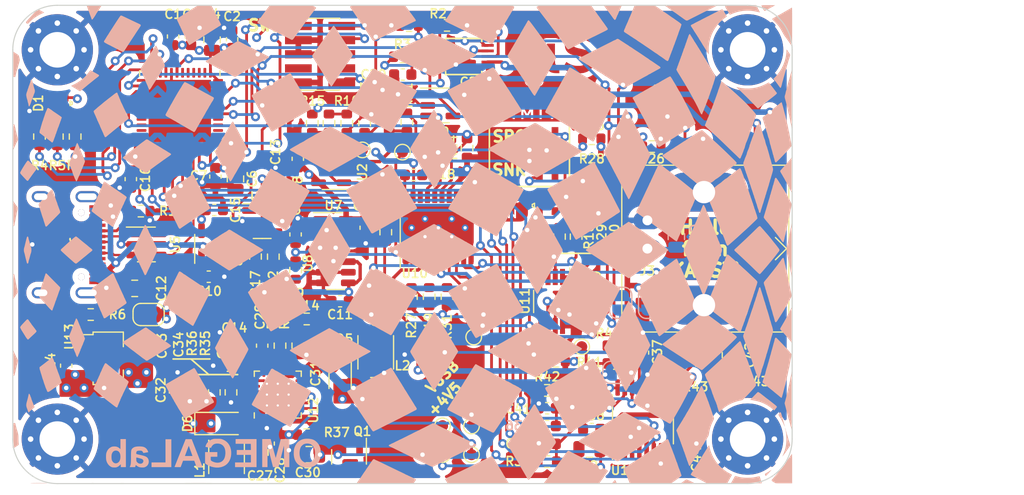
<source format=kicad_pcb>
(kicad_pcb (version 20210424) (generator pcbnew)
  (layers (0 "F.Cu" signal) (1 "In1.Cu" power "Ground") (2 "In2.Cu" power "Power") (31 "B.Cu" signal) (34 "B.Paste" user) (35 "F.Paste" user) (36 "B.SilkS" user "B.Silkscreen") (37 "F.SilkS" user "F.Silkscreen") (38 "B.Mask" user) (39 "F.Mask" user) (44 "Edge.Cuts" user))
  (net 0 "")
  (net 1 "Net-(C9-Pad1)")
  (net 2 "+10V")
  (net 3 "-10V")
  (net 4 "Net-(AmpOut1-Pad1)")
  (net 5 "Net-(C14-Pad1)")
  (net 6 "VBUS")
  (net 7 "Net-(C20-Pad1)")
  (net 8 "Net-(C21-Pad1)")
  (net 9 "Net-(C25-Pad1)")
  (net 10 "Net-(C34-Pad2)")
  (net 11 "Net-(C31-Pad1)")
  (net 12 "Net-(C36-Pad1)")
  (net 13 "Net-(C27-Pad1)")
  (net 14 "Net-(C28-Pad1)")
  (net 15 "Net-(C29-Pad1)")
  (net 16 "Net-(R7-Pad1)")
  (net 17 "Net-(C36-Pad2)")
  (net 18 "Net-(D4-Pad4)")
  (net 19 "Net-(D1-Pad4)")
  (net 20 "Net-(C42-Pad2)")
  (net 21 "Net-(C45-Pad1)")
  (net 22 "+4V5")
  (net 23 "Net-(D1-Pad1)")
  (net 24 "Net-(D1-Pad3)")
  (net 25 "Net-(D2-Pad3)")
  (net 26 "Net-(D3-Pad2)")
  (net 27 "Net-(D3-Pad4)")
  (net 28 "Net-(D4-Pad2)")
  (net 29 "Net-(D5-Pad1)")
  (net 30 "/USB_CONN_DN")
  (net 31 "Net-(D6-Pad2)")
  (net 32 "GND")
  (net 33 "/SDA")
  (net 34 "/SCL")
  (net 35 "/I_LIM")
  (net 36 "/USB_CONN_DP")
  (net 37 "/AMP_EN")
  (net 38 "/2.048V_REF")
  (net 39 "/+4V096")
  (net 42 "+3V3")
  (net 43 "Net-(J2-PadB5)")
  (net 44 "Net-(J2-PadA5)")
  (net 45 "/USB_D+")
  (net 46 "Net-(Q1-Pad1)")
  (net 48 "/USB_D-")
  (net 49 "/SWDIO")
  (net 50 "/SWCLK")
  (net 51 "/NRST")
  (net 52 "/ADC_ALERT")
  (net 55 "Net-(R5-Pad1)")
  (net 56 "Net-(R2-Pad1)")
  (net 57 "Net-(R3-Pad1)")
  (net 58 "/I_DAC")
  (net 59 "Net-(R4-Pad1)")
  (net 60 "Net-(R10-Pad2)")
  (net 61 "Net-(R15-Pad1)")
  (net 62 "Net-(R9-Pad2)")
  (net 63 "Net-(R12-Pad1)")
  (net 64 "Net-(R18-Pad1)")
  (net 65 "Net-(R19-Pad1)")
  (net 66 "Net-(R20-Pad2)")
  (net 67 "Net-(R21-Pad2)")
  (net 68 "Net-(R39-Pad1)")
  (net 69 "Net-(R43-Pad1)")
  (net 70 "Net-(R44-Pad1)")
  (net 93 "/I_G0")
  (net 94 "/I_G1")
  (net 95 "/I_G2")
  (net 96 "/I_G3")
  (net 97 "/I_G4")
  (net 101 "Net-(R14-Pad2)")
  (net 103 "Net-(C43-Pad2)")
  (net 104 "Net-(JP2-Pad2)")
  (net 105 "Net-(JP4-Pad2)")
  (net 106 "Net-(R10-Pad1)")
  (net 107 "Net-(R18-Pad2)")
  (net 108 "Net-(R19-Pad2)")
  (footprint "Capacitor_SMD:C_0603_1608Metric" (layer "F.Cu") (at 126.4 114.2 180)
    (fp_text reference "C14")
    (fp_text value "10nF")
  )
  (footprint "Resistor_SMD:R_0603_1608Metric" (layer "F.Cu") (at 146 85.8)
    (fp_text reference "R2")
    (fp_text value "10k")
  )
  (footprint "Capacitor_SMD:C_0603_1608Metric" (layer "F.Cu") (at 143 99.25)
    (fp_text reference "C18")
    (fp_text value "1uF")
  )
  (footprint "Resistor_SMD:R_0603_1608Metric" (layer "F.Cu") (at 135.4 94.6 -90)
    (fp_text reference "R8")
    (fp_text value "10k")
  )
  (footprint "Capacitor_SMD:C_0805_2012Metric" (layer "F.Cu") (at 127 99.6 -90)
    (fp_text reference "C6")
    (fp_text value "10uF")
  )
  (footprint "Package_TO_SOT_SMD:SOT-23-5" (layer "F.Cu") (at 135.6 99 180)
    (fp_text reference "U2")
    (fp_text value "GS8331")
  )
  (footprint "Package_TO_SOT_SMD:SOT-23-5" (layer "F.Cu") (at 145.4 93)
    (fp_text reference "U9")
    (fp_text value "GS8331")
  )
  (footprint "Capacitor_SMD:C_0603_1608Metric" (layer "F.Cu") (at 118.8 114.625 90)
    (fp_text reference "C33")
    (fp_text value "1uF")
  )
  (footprint "Resistor_SMD:R_0603_1608Metric" (layer "F.Cu") (at 155 118.625)
    (fp_text reference "R42")
    (fp_text value "100")
  )
  (footprint "Capacitor_SMD:C_0805_2012Metric" (layer "F.Cu") (at 121.8 118.6 90)
    (fp_text reference "C32")
    (fp_text value "22uF")
  )
  (footprint "Package_DFN_QFN:QFN-48-1EP_7x7mm_P0.5mm_EP5.6x5.6mm" (layer "F.Cu") (at 122 93.5 -90)
    (fp_text reference "U3")
    (fp_text value "STM32F072C8Ux")
  )
  (footprint "Resistor_SMD:R_0603_1608Metric" (layer "F.Cu") (at 133.4 122.6 180)
    (fp_text reference "R37")
    (fp_text value "100")
  )
  (footprint "Resistor_SMD:R_0603_1608Metric" (layer "F.Cu") (at 154.6 104.8 90)
    (fp_text reference "R18")
    (fp_text value "10k")
  )
  (footprint "Resistor_SMD:R_0603_1608Metric" (layer "F.Cu") (at 161.2 114.6 180)
    (fp_text reference "R40")
    (fp_text value "50")
  )
  (footprint "Capacitor_SMD:C_0603_1608Metric" (layer "F.Cu") (at 158 108.975 -90)
    (fp_text reference "C19")
    (fp_text value "1uF")
  )
  (footprint "Resistor_SMD:R_0603_1608Metric" (layer "F.Cu") (at 144.4 110.2 -90)
    (fp_text reference "R19")
    (fp_text value "10k")
  )
  (footprint "Resistor_SMD:R_0603_1608Metric" (layer "F.Cu") (at 111 95.8 90)
    (fp_text reference "R5")
    (fp_text value "1k")
  )
  (footprint "Resistor_SMD:R_0603_1608Metric" (layer "F.Cu") (at 112.6 95.8 90)
    (fp_text reference "R7")
    (fp_text value "1k")
  )
  (footprint "Package_TO_SOT_SMD:SOT-23-6" (layer "F.Cu") (at 136 108)
    (fp_text reference "U8")
    (fp_text value "MCP1501T-40E_CHY")
  )
  (footprint "TestPoint:TestPoint_Pad_D1.0mm" (layer "F.Cu") (at 138.4 97 90)
    (fp_text reference "TP1" hide)
    (fp_text value "2V048 Buf")
  )
  (footprint "Package_TO_SOT_SMD:SOT-23-5" (layer "F.Cu") (at 135.8 104.2)
    (fp_text reference "U7")
    (fp_text value "GS8331")
  )
  (footprint "Resistor_SMD:R_0603_1608Metric" (layer "F.Cu") (at 157.6 104.8 -90)
    (fp_text reference "R20")
    (fp_text value "10k")
  )
  (footprint "Package_TO_SOT_SMD:SOT-23-6" (layer "F.Cu") (at 119 105.5)
    (fp_text reference "U5")
    (fp_text value "USBLC6-2SC6")
  )
  (footprint "uSMU-simple_v1:Linear_FE_TSSOP20" (layer "F.Cu") (at 145.225 104)
    (fp_text reference "U10")
    (fp_text value "LT1970")
  )
  (footprint "TestPoint:TestPoint_Pad_D1.0mm" (layer "F.Cu") (at 148.4 113.825)
    (fp_text reference "TP2" hide)
    (fp_text value "DAC Out")
  )
  (footprint "Capacitor_SMD:C_0603_1608Metric" (layer "F.Cu") (at 132.4 104.6 90)
    (fp_text reference "C9")
    (fp_text value "1uF")
  )
  (footprint "Capacitor_SMD:C_0603_1608Metric" (layer "F.Cu") (at 136.4 110.6)
    (fp_text reference "C11")
    (fp_text value "1uF")
  )
  (footprint "Capacitor_SMD:C_0603_1608Metric" (layer "F.Cu") (at 159 122.1 180)
    (fp_text reference "C38")
    (fp_text value "1uF")
  )
  (footprint "Capacitor_SMD:C_0603_1608Metric" (layer "F.Cu") (at 171.8 115.45 -90)
    (fp_text reference "C42")
    (fp_text value "1nF")
  )
  (footprint "Capacitor_SMD:C_0603_1608Metric" (layer "F.Cu") (at 168.4 122 -90)
    (fp_text reference "C44")
    (fp_text value "1nF")
  )
  (footprint "Resistor_SMD:R_0603_1608Metric" (layer "F.Cu") (at 142.4 94.5 -90)
    (fp_text reference "R21")
    (fp_text value "10k")
  )
  (footprint "Resistor_SMD:R_0603_1608Metric" (layer "F.Cu") (at 109.4 95.8 90)
    (fp_text reference "R4")
    (fp_text value "1k")
  )
  (footprint "Capacitor_SMD:C_0805_2012Metric" (layer "F.Cu") (at 129.2 124.2 90)
    (fp_text reference "C27")
    (fp_text value "10uF")
  )
  (footprint "Capacitor_SMD:C_0603_1608Metric" (layer "F.Cu") (at 158.8 118.4 180)
    (fp_text reference "C35")
    (fp_text value "1uF")
  )
  (footprint "Capacitor_SMD:C_0603_1608Metric" (layer "F.Cu") (at 134.2 114.6 -90)
    (fp_text reference "C31")
    (fp_text value "2pF")
  )
  (footprint "Capacitor_SMD:C_0805_2012Metric" (layer "F.Cu") (at 117.95 109.45)
    (fp_text reference "C12")
    (fp_text value "10uF")
  )
  (footprint "Package_TO_SOT_SMD:SOT-23" (layer "F.Cu") (at 137.2 124.6 -90)
    (fp_text reference "Q1")
    (fp_text value "AO3401A")
  )
  (footprint "Resistor_SMD:R_0603_1608Metric" (layer "F.Cu") (at 142.025 88.625)
    (fp_text reference "R3")
    (fp_text value "1k")
  )
  (footprint "Capacitor_SMD:C_0603_1608Metric" (layer "F.Cu") (at 155 121.825 180)
    (fp_text reference "C36")
    (fp_text value "0.1uF")
  )
  (footprint "Capacitor_SMD:C_0603_1608Metric" (layer "F.Cu") (at 130.6 100 90)
    (fp_text reference "C13")
    (fp_text value "1uF")
  )
  (footprint "Capacitor_SMD:C_0603_1608Metric" (layer "F.Cu") (at 142.025 90.225 180)
    (fp_text reference "C20")
    (fp_text value "1uF")
  )
  (footprint "Resistor_SMD:R_0603_1608Metric" (layer "F.Cu") (at 125.1 118.8 90)
    (fp_text reference "R36")
    (fp_text value "330k")
  )
  (footprint "Resistor_SMD:R_0603_1608Metric" (layer "F.Cu") (at 133.9 94.6 90)
    (fp_text reference "R15")
    (fp_text value "10k")
  )
  (footprint "Resistor_SMD:R_0603_1608Metric" (layer "F.Cu") (at 140.8 94.5 90)
    (fp_text reference "R22")
    (fp_text value "10k")
  )
  (footprint "Inductor_SMD:L_Taiyo-Yuden_MD-3030" (layer "F.Cu") (at 139.6 115.2 -90)
    (fp_text reference "L2")
    (fp_text value "4.7uH")
  )
  (footprint "Resistor_SMD:R_0603_1608Metric" (layer "F.Cu") (at 114 111.8)
    (fp_text reference "R6")
    (fp_text value "5.1k")
  )
  (footprint "Capacitor_SMD:C_0603_1608Metric" (layer "F.Cu") (at 126.7 87.05 90)
    (fp_text reference "C2")
    (fp_text value "0.1uF")
  )
  (footprint "Capacitor_SMD:C_0603_1608Metric" (layer "F.Cu") (at 125.1 102.4)
    (fp_text reference "C15")
    (fp_text value "1uF")
  )
  (footprint "LOGO" (layer "F.Cu") (at 117.8 124.8)
    (fp_text reference "G***" hide)
    (fp_text value "LOGO" hide)
  )
  (footprint "Resistor_SMD:R_0603_1608Metric" (layer "F.Cu") (at 159 96)
    (fp_text reference "R23")
    (fp_text value "1k")
  )
  (footprint "Package_SO:TSSOP-10_3x3mm_P0.5mm" (layer "F.Cu") (at 147.5 88.6)
    (fp_text reference "U1")
    (fp_text value "ADS1115IDGS")
  )
  (footprint "Resistor_SMD:R_0603_1608Metric" (layer "F.Cu") (at 147.8 96.825 90)
    (fp_text reference "R24")
    (fp_text value "10k")
  )
  (footprint "uSMU-simple_v1:E6C0606RGBC3UDA" (layer "F.Cu") (at 155 102 180)
    (fp_text reference "D2" hide)
    (fp_text value "LED")
  )
  (footprint "Resistor_SMD:R_0603_1608Metric" (layer "F.Cu") (at 131 94 180)
    (fp_text reference "R11")
    (fp_text value "10k")
  )
  (footprint "Capacitor_SMD:C_0603_1608Metric" (layer "F.Cu") (at 111.8 116.4 90)
    (fp_text reference "C24")
    (fp_text value "1uF")
  )
  (footprint "Resistor_SMD:R_0603_1608Metric" (layer "F.Cu") (at 158.8 102)
    (fp_text reference "R25")
    (fp_text value "1k")
  )
  (footprint "Resistor_SMD:R_0603_1608Metric" (layer "F.Cu") (at 131 114.6 -90)
    (fp_text reference "R34")
    (fp_text value "47k")
  )
  (footprint "Capacitor_SMD:C_0603_1608Metric" (layer "F.Cu") (at 155 123.425 180)
    (fp_text reference "C40")
    (fp_text value "10nF")
  )
  (footprint "Package_TO_SOT_SMD:SOT-23-5" (layer "F.Cu") (at 129.4 103.4)
    (fp_text reference "U4")
    (fp_text value "TS321")
  )
  (footprint "Resistor_SMD:R_0603_1608Metric" (layer "F.Cu") (at 126.6 118.8 -90)
    (fp_text reference "R35")
    (fp_text value "47k")
  )
  (footprint "Capacitor_SMD:C_0603_1608Metric" (layer "F.Cu") (at 126.4 116.4 180)
    (fp_text reference "C25")
    (fp_text value "10nF")
  )
  (footprint "Diode_SMD:D_SOD-123" (layer "F.Cu") (at 125.6 121.6)
    (fp_text reference "D6")
    (fp_text value "B5819W")
  )
  (footprint "Resistor_SMD:R_0603_1608Metric" (layer "F.Cu") (at 142.6 85.825 180)
    (fp_text reference "R1")
    (fp_text value "10k")
  )
  (footprint "Capacitor_SMD:C_0603_1608Metric" (layer "F.Cu") (at 132.6 97.8 90)
    (fp_text reference "C8")
    (fp_text value "1uF")
  )
  (footprint "Connector_Coaxial:BNC_Amphenol_B6252HB-NPP3G-50_Horizontal" (layer "F.Cu") (at 164 105.875 -90)
    (fp_text reference "J3")
    (fp_text value "DUT")
  )
  (footprint "Package_TO_SOT_SMD:SOT-23-5" (layer "F.Cu") (at 124.9 105.4 90)
    (fp_text reference "U6")
    (fp_text value "ME6212C33M5G")
  )
  (footprint "Package_DFN_QFN:VQFN-24-1EP_4x4mm_P0.5mm_EP2.45x2.45mm_ThermalVias" (layer "F.Cu") (at 130.8 119 90)
    (fp_text reference "U12")
    (fp_text value "TPS65131RGET")
  )
  (footprint "Connector_PinHeader_1.27mm:PinHeader_2x05_P1.27mm_Vertical_SMD" (layer "F.Cu") (at 134.6 88.4)
    (fp_text reference "J1")
    (fp_text value "SWD")
  )
  (footprint "Capacitor_SMD:C_0603_1608Metric" (layer "F.Cu") (at 123.6 118.8 90)
    (fp_text reference "C34")
    (fp_text value "2pF")
  )
  (footprint "TestPoint:TestPoint_Pad_D1.0mm" (layer "F.Cu") (at 158.1 114.7)
    (fp_text reference "AmpOut1" hide)
    (fp_text value "Amp Out")
  )
  (footprint "Capacitor_SMD:C_0603_1608Metric" (layer "F.Cu") (at 138.7 104 -90)
    (fp_text reference "C17")
    (fp_text value "1uF")
  )
  (footprint "Capacitor_SMD:C_0603_1608Metric" (layer "F.Cu") (at 171 117.825)
    (fp_text reference "C43")
    (fp_text value "10nF")
  )
  (footprint "MountingHole:MountingHole_3.2mm_M3_Pad_Via" (layer "F.Cu") (at 173 123)
    (fp_text reference "H4" hide)
    (fp_text value "MountingHole")
  )
  (footprint "Capacitor_SMD:C_0805_2012Metric" (layer "F.Cu") (at 158.8 123.9 180)
    (fp_text reference "C39")
    (fp_text value "DNP")
  )
  (footprint "Capacitor_SMD:C_0603_1608Metric" (layer "F.Cu") (at 149.4 85.8 180)
    (fp_text reference "C5")
    (fp_text value "1uF")
  )
  (footprint "Resistor_SMD:R_0603_1608Metric" (layer "F.Cu") (at 132.6 114.6 -90)
    (fp_text reference "R33")
    (fp_text value "47k")
  )
  (footprint "Capacitor_SMD:C_0603_1608Metric" (layer "F.Cu") (at 129.4 114.6 90)
    (fp_text reference "C29")
    (fp_text value "200nF")
  )
  (footprint "Capacitor_SMD:C_0805_2012Metric" (layer "F.Cu") (at 133.6 124.4 180)
    (fp_text reference "C30")
    (fp_text value "10uF")
  )
  (footprint "Resistor_SMD:R_0603_1608Metric" (layer "F.Cu") (at 164.4 96.7 180)
    (fp_text reference "R26")
    (fp_text value "10k")
  )
  (footprint "Resistor_SMD:R_0603_1608Metric" (layer "F.Cu") (at 138.6 94.6 90)
    (fp_text reference "R13")
    (fp_text value "10k")
  )
  (footprint "Package_SO:VSSOP-8_3.0x3.0mm_P0.65mm" (layer "F.Cu") (at 155.4 110.625 -90)
    (fp_text reference "U11")
    (fp_text value "DAC8571IDGKR")
  )
  (footprint "TestPoint:TestPoint_Pad_D1.0mm" (layer "F.Cu") (at 142 97.2)
    (fp_text reference "TP3" hide)
    (fp_text value "4V096")
  )
  (footprint "Resistor_SMD:R_0603_1608Metric" (layer "F.Cu") (at 155 125.025)
    (fp_text reference "R38")
    (fp_text value "100")
  )
  (footprint "Resistor_SMD:R_0603_1608Metric" (layer "F.Cu") (at 142.8 110.2 -90)
    (fp_text reference "R27")
    (fp_text value "10k")
  )
  (footprint "Resistor_SMD:R_0603_1608Metric" (layer "F.Cu") (at 170.2 115.45 -90)
    (fp_text reference "R44")
    (fp_text value "100")
  )
  (footprint "Resistor_SMD:R_0603_1608Metric" (layer "F.Cu") (at 155.8 116)
    (fp_text reference "R39")
    (fp_text value "10k")
  )
  (footprint "Package_SO:TSSOP-16_4.4x5mm_P0.65mm" (layer "F.Cu") (at 163.6 121.225 90)
    (fp_text reference "U14")
    (fp_text value "PGA281")
  )
  (footprint "Capacitor_SMD:C_0603_1608Metric" (layer "F.Cu") (at 140.2 110.4 -90)
    (fp_text reference "C21")
    (fp_text value "200pF")
  )
  (footprint "Capacitor_SMD:C_0603_1608Metric" (layer "F.Cu") (at 148 110.8 -90)
    (fp_text reference "C22")
    (fp_text value "1uF")
  )
  (footprint "Resistor_SMD:R_0603_1608Metric" (layer "F.Cu") (at 133.4 112.2 180)
    (fp_text reference "R14")
    (fp_text value "330k")
  )
  (footprint "Capacitor_SMD:C_0603_1608Metric" (layer "F.Cu") (at 131 123.4 -90)
    (fp_text reference "C28")
    (fp_text value "0.1uF")
  )
  (footprint "LOGO" (layer "F.Cu") (at 153.395893 93.914215)
    (fp_text reference "G***" hide)
    (fp_text value "LOGO" hide)
  )
  (footprint "Resistor_SMD:R_0603_1608Metric" (layer "F.Cu") (at 161.2 116.2 180)
    (fp_text reference "R41")
    (fp_text value "10")
  )
  (footprint "Capacitor_SMD:C_0603_1608Metric" (layer "F.Cu") (at 117.6 99.625 -90)
    (fp_text reference "C16")
    (fp_text value "0.1uF")
  )
  (footprint "uSMU-simple_v1:E6C0606RGBC3UDA" (layer "F.Cu") (at 155 95.8 180)
    (fp_text reference "D3" hide)
    (fp_text value "LED_Small")
  )
  (footprint "MountingHole:MountingHole_3.2mm_M3_Pad_Via" (layer "F.Cu") (at 111 88)
    (fp_text reference "H1" hide)
    (fp_text value "MountingHole")
  )
  (footprint "Inductor_SMD:L_Taiyo-Yuden_MD-3030" (layer "F.Cu") (at 126.2 124.6 90)
    (fp_text reference "L1")
    (fp_text value "4.7uH")
  )
  (footprint "TestPoint:TestPoint_Pad_D1.0mm" (layer "F.Cu") (at 145.6 124.4)
    (fp_text reference "TP5" hide)
    (fp_text value "TestPoint")
  )
  (footprint "Resistor_SMD:R_0603_1608Metric" (layer "F.Cu") (at 118.5 102.5)
    (fp_text reference "R16")
    (fp_text value "5.1k")
  )
  (footprint "uSMU-simple_v1:E6C0606RGBC3UDA" (layer "F.Cu") (at 155 99 180)
    (fp_text reference "D4" hide)
    (fp_text value "LED_Small")
  )
  (footprint "Jumper:SolderJumper-2_P1.3mm_Open_RoundedPad1.0x1.5mm" (layer "F.Cu") (at 119.2 111.8)
    (fp_text reference "JP1" hide)
    (fp_text value "SolderJumper_2_Open")
  )
  (footprint "Capacitor_SMD:C_0805_2012Metric" (layer "F.Cu") (at 139.4 118.2)
    (fp_text reference "C26")
    (fp_text value "22uF")
  )
  (footprint "Capacitor_SMD:C_0603_1608Metric" (layer "F.Cu") (at 121.4 86.8 90)
    (fp_text reference "C1")
    (fp_text value "1uF")
  )
  (footprint "Resistor_SMD:R_0603_1608Metric" (layer "F.Cu") (at 168.2 96.7 180)
    (fp_text reference "R32")
    (fp_text value "10k")
  )
  (footprint "Resistor_SMD:R_0603_1608Metric" (layer "F.Cu") (at 168.8 119.425)
    (fp_text reference "R43")
    (fp_text value "100")
  )
  (footprint "uSMU-simple_v1:TYPE-C-31-M-12" (layer "F.Cu") (at 112.005 105.545 -90)
    (fp_text reference "J2")
    (fp_text value "USB_C_Receptacle_USB2.0")
  )
  (footprint "LOGO" (layer "F.Cu") (at 151.4 102.2)
    (fp_text reference "G***" hide)
    (fp_text value "LOGO" hide)
  )
  (footprint "TestPoint:TestPoint_Pad_D1.0mm" (layer "F.Cu") (at 148.2 124.4)
    (fp_text reference "-1" hide)
    (fp_text value "-10V")
  )
  (footprint "Resistor_SMD:R_0603_1608Metric" (layer "F.Cu") (at 159 99)
    (fp_text reference "R28")
    (fp_text value "1k")
  )
  (footprint "Resistor_SMD:R_0603_1608Metric" (layer "F.Cu") (at 156.1 104.8 -90)
    (fp_text reference "R29")
    (fp_text value "10k")
  )
  (footprint "Capacitor_SMD:C_0603_1608Metric" (layer "F.Cu") (at 124.6 108.4)
    (fp_text reference "C10")
    (fp_text value "1uF")
  )
  (footprint "LOGO" (layer "F.Cu") (at 117.8 122.4)
    (fp_text reference "G***" hide)
    (fp_text value "LOGO" hide)
  )
  (footprint "Capacitor_SMD:C_0603_1608Metric" (layer "F.Cu") (at 123 86.8 90)
    (fp_text reference "C3")
    (fp_text value "10nF")
  )
  (footprint "Capacitor_SMD:C_0805_2012Metric" (layer "F.Cu") (at 124.9 87.1 90)
    (fp_text reference "C4")
    (fp_text value "10uF")
  )
  (footprint "TestPoint:TestPoint_Pad_D1.0mm" (layer "F.Cu") (at 145.6 121.8)
    (fp_text reference "TP4" hide)
    (fp_text value "TestPoint")
  )
  (footprint "LOGO" (layer "F.Cu") (at 160 88.8)
    (fp_text reference "G***" hide)
    (fp_text value "LOGO" hide)
  )
  (footprint "Resistor_SMD:R_0603_1608Metric" (layer "F.Cu") (at 130.4 106.6 -90)
    (fp_text reference "R12")
    (fp_text value "10k")
  )
  (footprint "Diode_SMD:D_SOD-123" (layer "F.Cu") (at 136.4 116.8 -90)
    (fp_text reference "D5")
    (fp_text value "B5819W")
  )
  (footprint "Resistor_SMD:R_0603_1608Metric" (layer "F.Cu") (at 140.5 104.4 -90)
    (fp_text reference "R30")
    (fp_text value "10k")
  )
  (footprint "Capacitor_SMD:C_0603_1608Metric" (layer "F.Cu") (at 163.6 115.225 90)
    (fp_text reference "C37")
    (fp_text value "1uF")
  )
  (footprint "Package_TO_SOT_SMD:SOT-89-3" (layer "F.Cu") (at 115.27 115.74)
    (fp_text reference "U13")
    (fp_text value "H7650-45PR")
  )
  (footprint "Resistor_SMD:R_0603_1608Metric" (layer "F.Cu") (at 128.8 106.59 -90)
    (fp_text reference "R17")
    (fp_text value "10k")
  )
  (footprint "Resistor_SMD:R_0603_1608Metric" (layer "F.Cu") (at 137 94.6 90)
    (fp_text reference "R10")
    (fp_text value "10k")
  )
  (footprint "Capacitor_SMD:C_0603_1608Metric" (layer "F.Cu") (at 125.2 99.4 -90)
    (fp_text reference "C7")
    (fp_text value "0.1uF")
  )
  (footprint "uSMU-simple_v1:E6C0606RGBC3UDA" (layer "F.Cu") (at 111 92.8)
    (fp_text reference "D1")
    (fp_text value "Status LED")
  )
  (footprint "TestPoint:TestPoint_Pad_D1.0mm" (layer "F.Cu") (at 148.2 121.825)
    (fp_text reference "+1" hide)
    (fp_text value "+10V")
  )
  (footprint "Resistor_SMD:R_0603_1608Metric" (layer "F.Cu") (at 132.4 107.8 -90)
    (fp_text reference "R9")
    (fp_text value "10k")
  )
  (footprint "Resistor_SMD:R_0603_1608Metric" (layer "F.Cu") (at 146 110.2 90)
    (fp_text reference "R31")
    (fp_text value "10k")
  )
  (footprint "MountingHole:MountingHole_3.2mm_M3_Pad_Via" (layer "F.Cu") (at 173 88)
    (fp_text reference "H2" hide)
    (fp_text value "MountingHole")
  )
  (footprint "Capacitor_SMD:C_0603_1608Metric" (layer "F.Cu") (at 148.3 92.8 -90)
    (fp_text reference "C23")
    (fp_text value "1uF")
  )
  (footprint "MountingHole:MountingHole_3.2mm_M3_Pad_Via" (layer "F.Cu") (at 111 123)
    (fp_text reference "H3" hide)
    (fp_text value "MountingHole")
  )
  (footprint "Capacitor_SMD:C_0603_1608Metric" (layer "F.Cu") (at 155 120.225)
    (fp_text reference "C41")
    (fp_text value "10nF")
  )
  (footprint "LOGO" (layer "B.Cu") (at 142 106.2 180)
    (fp_text reference "G***")
    (fp_text value "LOGO" hide)
  )
  (footprint "Jumper:SolderJumper-2_P1.3mm_Open_RoundedPad1.0x1.5mm" (layer "B.Cu") (at 161.4 117)
    (fp_text reference "JP4" hide)
    (fp_text value "SolderJumper_2_Open")
  )
  (footprint "Jumper:SolderJumper-2_P1.3mm_Open_RoundedPad1.0x1.5mm" (layer "B.Cu") (at 161.6 110.75 90)
    (fp_text reference "JP2" hide)
    (fp_text value "SolderJumper_2_Open")
  )
  (footprint "Capacitor_SMD:C_0805_2012Metric" (layer "B.Cu") (at 166.6 104.8 90)
    (fp_text reference "C45")
    (fp_text value "DNP")
  )
  (footprint "Jumper:SolderJumper-2_P1.3mm_Open_RoundedPad1.0x1.5mm" (layer "B.Cu") (at 164.2 110.75 -90)
    (fp_text reference "JP3" hide)
    (fp_text value "SolderJumper_2_Open")
  )
  (gr_line (start 121.4 115.8) (end 124.7 115.8) (layer "F.SilkS") (width 0.15))
  (gr_line (start 124.6 117.2) (end 123 115.8) (layer "F.SilkS") (width 0.15))
  (gr_line (start 127.2 117.2) (end 123 117.2) (layer "F.SilkS") (width 0.15))
  (gr_line (start 157 94.6) (end 157 99.292893) (layer "F.SilkS") (width 0.15))
  (gr_arc (start 150.807107 99.292893) (end 149.807107 99.292893) (angle -90) (layer "F.SilkS") (width 0.15))
  (gr_line (start 154.1 106.3) (end 161.4 106.3) (layer "F.SilkS") (width 0.15))
  (gr_line (start 156 100.292893) (end 150.807107 100.292893) (layer "F.SilkS") (width 0.15))
  (gr_arc (start 156 99.292893) (end 156 100.292893) (angle -90) (layer "F.SilkS") (width 0.15))
  (gr_line (start 149.807107 94.6) (end 149.807107 99.292893) (layer "F.SilkS") (width 0.15))
  (gr_arc (start 111 123) (end 107 123) (angle -90) (layer "Edge.Cuts") (width 0.1))
  (gr_line (start 173 127) (end 111 127) (layer "Edge.Cuts") (width 0.1))
  (gr_line (start 107 123) (end 107 88) (layer "Edge.Cuts") (width 0.1))
  (gr_arc (start 173 88) (end 177 88) (angle -90) (layer "Edge.Cuts") (width 0.1))
  (gr_line (start 177 88) (end 177 123) (layer "Edge.Cuts") (width 0.1))
  (gr_line (start 111 84) (end 173 84) (layer "Edge.Cuts") (width 0.1))
  (gr_arc (start 111 88) (end 111 84) (angle -90) (layer "Edge.Cuts") (width 0.1))
  (gr_arc (start 173 123) (end 173 127) (angle -90) (layer "Edge.Cuts") (width 0.1))
  (gr_text "VUSB" (at 145.6 117.4 45) (layer "F.SilkS") (effects (font (size 0.9 0.9) (thickness 0.225))))
  (gr_text "+4V5" (at 145.8 119.4 45) (layer "F.SilkS") (effects (font (size 0.9 0.9) (thickness 0.225))))
  (gr_text "1.0" (at 165.4 91.8) (layer "F.SilkS") (effects (font (size 1 1) (thickness 0.25))))
  (gr_text "SRC" (at 151.6 95.8) (layer "F.SilkS") (effects (font (size 1 1) (thickness 0.25))))
  (gr_text "+A" (at 148.4 117.4 45) (layer "F.SilkS") (effects (font (size 0.9 0.9) (thickness 0.225))))
  (gr_text "SWD" (at 129.7 85.8) (layer "F.SilkS") (effects (font (size 1 1) (thickness 0.25))))
  (gr_text "SNK" (at 151.6 98.8) (layer "F.SilkS") (effects (font (size 1 1) (thickness 0.25))))
  (gr_text "Hello\nfrom\nKAUST!" (at 169.2 105.9) (layer "F.SilkS") (effects (font (size 1.2 1.2) (thickness 0.3))))
  (gr_text "-A" (at 148.4 119.4 45) (layer "F.SilkS") (effects (font (size 0.9 0.9) (thickness 0.225))))
  (segment (start 134.6 105.8) (end 134.6 105.2125) (width 0.25) (layer "F.Cu") (net 1))
  (segment (start 132.4 105.375) (end 132.4 106.975) (width 0.25) (layer "F.Cu") (net 1))
  (segment (start 134.6 105.2125) (end 134.6625 105.15) (width 0.25) (layer "F.Cu") (net 1))
  (via (at 132.4 106.2) (size 0.8) (drill 0.4) (layers "F.Cu" "B.Cu") (net 1))
  (via (at 134.6 105.8) (size 0.8) (drill 0.4) (layers "F.Cu" "B.Cu") (net 1))
  (segment (start 133.8 105.8) (end 133.4 106.2) (width 0.25) (layer "B.Cu") (net 1))
  (segment (start 133.4 106.2) (end 132.4 106.2) (width 0.25) (layer "B.Cu") (net 1))
  (segment (start 134.6 105.8) (end 133.8 105.8) (width 0.25) (layer "B.Cu") (net 1))
  (segment (start 130.5375 102.45) (end 130.5375 100.8375) (width 0.5) (layer "F.Cu") (net 2))
  (segment (start 147.8 109.703125) (end 146.2 108.103125) (width 0.25) (layer "F.Cu") (net 2))
  (segment (start 128.099162 119.75) (end 127.149162 118.8) (width 0.25) (layer "F.Cu") (net 2))
  (segment (start 147.6 109.503125) (end 147.6 109.451563) (width 0.25) (layer "F.Cu") (net 2))
  (segment (start 148.2 121.825) (end 148.2 120.8) (width 0.25) (layer "F.Cu") (net 2))
  (segment (start 147.8 109.8125) (end 147.8 109.703125) (width 0.25) (layer "F.Cu") (net 2))
  (segment (start 146.2 108.103125) (end 146.2 106.75) (width 0.25) (layer "F.Cu") (net 2))
  (segment (start 164 120) (end 163.275 119.275) (width 0.25) (layer "F.Cu") (net 2))
  (segment (start 125.925 118.8) (end 125.1 119.625) (width 0.25) (layer "F.Cu") (net 2))
  (segment (start 127.149162 118.8) (end 125.925 118.8) (width 0.25) (layer "F.Cu") (net 2))
  (segment (start 131.2 103.1125) (end 130.5375 102.45) (width 0.5) (layer "F.Cu") (net 2))
  (segment (start 163.275 118.3625) (end 163.275 116.325) (width 0.25) (layer "F.Cu") (net 2))
  (segment (start 128.8125 119.75) (end 128.099162 119.75) (width 0.25) (layer "F.Cu") (net 2))
  (segment (start 163.275 119.275) (end 163.275 118.3625) (width 0.25) (layer "F.Cu") (net 2))
  (segment (start 147.548438 109.451563) (end 147 108.903125) (width 0.25) (layer "F.Cu") (net 2))
  (segment (start 130.5375 100.8375) (end 130.6 100.775) (width 0.5) (layer "F.Cu") (net 2))
  (segment (start 142.95 101.25) (end 143 101.2) (width 0.3) (layer "F.Cu") (net 2))
  (segment (start 148 110.0125) (end 147.8 109.8125) (width 0.25) (layer "F.Cu") (net 2))
  (segment (start 163.275 116.325) (end 163.6 116) (width 0.25) (layer "F.Cu") (net 2))
  (segment (start 143 101.2) (end 143 98.2) (width 0.25) (layer "F.Cu") (net 2))
  (segment (start 147.8 109.703125) (end 147.6 109.503125) (width 0.25) (layer "F.Cu") (net 2))
  (segment (start 131.2 103.4) (end 131.2 103.1125) (width 0.5) (layer "F.Cu") (net 2))
  (segment (start 147.6 109.451563) (end 147.548438 109.451563) (width 0.25) (layer "F.Cu") (net 2))
  (via (at 147.6 109.451563) (size 0.8) (drill 0.4) (layers "F.Cu" "B.Cu") (net 2))
  (via (at 139 109.2) (size 0.8) (drill 0.4) (layers "F.Cu" "B.Cu") (net 2))
  (via (at 139.6 97.2) (size 0.8) (drill 0.4) (layers "F.Cu" "B.Cu") (net 2))
  (via (at 143 98.2) (size 0.8) (drill 0.4) (layers "F.Cu" "B.Cu") (net 2))
  (via (at 122.9 119.6) (size 0.8) (drill 0.4) (layers "F.Cu" "B.Cu") (net 2))
  (via (at 131.2 103.4) (size 0.8) (drill 0.4) (layers "F.Cu" "B.Cu") (net 2))
  (via (at 123.2 121.6) (size 0.8) (drill 0.4) (layers "F.Cu" "B.Cu") (net 2))
  (via (at 148.2 120.8) (size 0.8) (drill 0.4) (layers "F.Cu" "B.Cu") (net 2))
  (via (at 164 120) (size 0.8) (drill 0.4) (layers "F.Cu" "B.Cu") (net 2))
  (via (at 124.8 121.6) (size 0.8) (drill 0.4) (layers "F.Cu" "B.Cu") (net 2))
  (via (at 124.4 119.6) (size 0.8) (drill 0.4) (layers "F.Cu" "B.Cu") (net 2))
  (segment (start 140.4 98) (end 142.8 98) (width 0.5) (layer "B.Cu") (net 2))
  (segment (start 139.6 97.2) (end 140.4 98) (width 0.5) (layer "B.Cu") (net 2))
  (segment (start 147.6 109.451563) (end 139.251563 109.451563) (width 0.5) (layer "B.Cu") (net 2))
  (segment (start 142.8 98) (end 143 98.2) (width 0.5) (layer "B.Cu") (net 2))
  (segment (start 139.251563 109.451563) (end 139 109.2) (width 0.5) (layer "B.Cu") (net 2))
  (segment (start 148.15 106.75) (end 148.15 106.064998) (width 0.25) (layer "F.Cu") (net 3))
  (segment (start 142.2125 99.25) (end 142.2125 101.1625) (width 0.25) (layer "F.Cu") (net 3))
  (segment (start 148.15 106.064998) (end 146.085002 104) (width 0.25) (layer "F.Cu") (net 3))
  (segment (start 148.2 124.4) (end 148.2 123.4) (width 0.25) (layer "F.Cu") (net 3))
  (segment (start 145.014998 104) (end 145.225 104) (width 0.25) (layer "F.Cu") (net 3))
  (segment (start 132.6 115.425) (end 133.375 115.425) (width 0.75) (layer "F.Cu") (net 3))
  (segment (start 131.05 116.570598) (end 131.420598 116.2) (width 0.25) (layer "F.Cu") (net 3))
  (segment (start 142.3 101.935002) (end 144.364998 104) (width 0.25) (layer "F.Cu") (net 3))
  (segment (start 148.15 101.935002) (end 146.085002 104) (width 0.25) (layer "F.Cu") (net 3))
  (segment (start 134.15 115.425) (end 134.2 115.375) (width 0.75) (layer "F.Cu") (net 3))
  (segment (start 142.95 106.75) (end 142.95 106.064998) (width 0.25) (layer "F.Cu") (net 3))
  (segment (start 142.2125 101.1625) (end 142.3 101.25) (width 0.25) (layer "F.Cu") (net 3))
  (segment (start 146.085002 104) (end 145.225 104) (width 0.25) (layer "F.Cu") (net 3))
  (segment (start 142.3 101.25) (end 142.3 101.935002) (width 0.25) (layer "F.Cu") (net 3))
  (segment (start 133.375 115.425) (end 134.15 115.425) (width 0.75) (layer "F.Cu") (net 3))
  (segment (start 142.95 106.75) (end 142.3 106.75) (width 0.25) (layer "F.Cu") (net 3))
  (segment (start 142.95 106.064998) (end 145.014998 104) (width 0.25) (layer "F.Cu") (net 3))
  (segment (start 160.6 118.4) (end 161.2875 118.4) (width 0.25) (layer "F.Cu") (net 3))
  (segment (start 131.420598 116.2) (end 131.825 116.2) (width 0.25) (layer "F.Cu") (net 3))
  (segment (start 131.825 116.2) (end 132.6 115.425) (width 0.25) (layer "F.Cu") (net 3))
  (segment (start 131.05 117.0125) (end 131.05 116.570598) (width 0.25) (layer "F.Cu") (net 3))
  (segment (start 161.2875 118.4) (end 161.325 118.3625) (width 0.25) (layer "F.Cu") (net 3))
  (segment (start 148.15 101.25) (end 148.15 101.935002) (width 0.25) (layer "F.Cu") (net 3))
  (segment (start 144.364998 104) (end 145.225 104) (width 0.25) (layer "F.Cu") (net 3))
  (segment (start 159.575 118.4) (end 160.6 118.4) (width 0.25) (layer "F.Cu") (net 3))
  (via (at 160.6 118.4) (size 0.8) (drill 0.4) (layers "F.Cu" "B.Cu") (net 3))
  (via (at 133.375 115.425) (size 0.8) (drill 0.4) (layers "F.Cu" "B.Cu") (net 3))
  (via (at 138.4 119.4) (size 0.8) (drill 0.4) (layers "F.Cu" "B.Cu") (net 3))
  (via (at 148.2 123.4) (size 0.8) (drill 0.4) (layers "F.Cu" "B.Cu") (net 3))
  (via (at 137.6 118.4) (size 0.8) (drill 0.4) (layers "F.Cu" "B.Cu") (net 3))
  (via (at 136.6 119.4) (size 0.8) (drill 0.4) (layers "F.Cu" "B.Cu") (net 3))
  (segment (start 133.375 115.425) (end 133.825 115.425) (width 0.75) (layer "B.Cu") (net 3))
  (segment (start 133.825 115.425) (end 136.8 118.4) (width 0.75) (layer "B.Cu") (net 3))
  (segment (start 148.2 123.4) (end 146.363861 121.563861) (width 0.25) (layer "B.Cu") (net 3))
  (segment (start 146.363861 121.563861) (end 140.563861 121.563861) (width 0.25) (layer "B.Cu") (net 3))
  (segment (start 136.8 118.4) (end 137.6 118.4) (width 0.75) (layer "B.Cu") (net 3))
  (segment (start 140.563861 121.563861) (end 138.4 119.4) (width 0.25) (layer "B.Cu") (net 3))
  (segment (start 141.2 108.5) (end 141.9 107.8) (width 0.3) (layer "F.Cu") (net 4))
  (segment (start 143.6 107.6) (end 143.6 106.75) (width 0.3) (layer "F.Cu") (net 4))
  (segment (start 158.5 115.1) (end 158.1 114.7) (width 0.25) (layer "F.Cu") (net 4))
  (segment (start 158.5 116.6) (end 158.9 116.2) (width 0.25) (layer "F.Cu") (net 4))
  (segment (start 143.4 113.4) (end 141.2 111.2) (width 0.3) (layer "F.Cu") (net 4))
  (segment (start 141.1875 111.1875) (end 141.2 111.2) (width 0.3) (layer "F.Cu") (net 4))
  (segment (start 143.4 116.8) (end 143.4 113.4) (width 0.3) (layer "F.Cu") (net 4))
  (segment (start 160.375 116.2) (end 160.375 117.025) (width 0.25) (layer "F.Cu") (net 4))
  (segment (start 140.2 111.1875) (end 141.1875 111.1875) (width 0.3) (layer "F.Cu") (net 4))
  (segment (start 143.4 107.8) (end 143.6 107.6) (width 0.3) (layer "F.Cu") (net 4))
  (segment (start 143.6 107.6) (end 143.6 107.4) (width 0.3) (layer "F.Cu") (net 4))
  (segment (start 141.9 107.8) (end 143.4 107.8) (width 0.3) (layer "F.Cu") (net 4))
  (segment (start 160.375 117.025) (end 160.2 117.2) (width 0.25) (layer "F.Cu") (net 4))
  (segment (start 158.9 116.2) (end 160.375 116.2) (width 0.25) (layer "F.Cu") (net 4))
  (segment (start 158.5 116.6) (end 158.5 115.1) (width 0.25) (layer "F.Cu") (net 4))
  (segment (start 141.2 111.2) (end 141.2 108.5) (width 0.3) (layer "F.Cu") (net 4))
  (segment (start 143.6 106.75) (end 144.25 106.75) (width 0.25) (layer "F.Cu") (net 4))
  (via (at 158.5 116.6) (size 0.8) (drill 0.4) (layers "F.Cu" "B.Cu") (net 4))
  (via (at 160.2 117.2) (size 0.8) (drill 0.4) (layers "F.Cu" "B.Cu") (net 4))
  (via (at 143.4 116.8) (size 0.8) (drill 0.4) (layers "F.Cu" "B.Cu") (net 4))
  (segment (start 160.2 117.2) (end 160.55 117.2) (width 0.25) (layer "B.Cu") (net 4))
  (segment (start 158.5 116.6) (end 158.225489 116.874511) (width 0.5) (layer "B.Cu") (net 4))
  (segment (start 158.225489 116.874511) (end 143.474511 116.874511) (width 0.5) (layer "B.Cu") (net 4))
  (segment (start 143.474511 116.874511) (end 143.4 116.8) (width 0.5) (layer "B.Cu") (net 4))
  (segment (start 160.55 117.2) (end 160.75 117) (width 0.25) (layer "B.Cu") (net 4))
  (segment (start 127.175 114.90625) (end 127.175 114.2) (width 0.25) (layer "F.Cu") (net 5))
  (segment (start 129.28125 117.0125) (end 127.175 114.90625) (width 0.25) (layer "F.Cu") (net 5))
  (segment (start 129.55 117.0125) (end 129.28125 117.0125) (width 0.25) (layer "F.Cu") (net 5))
  (segment (start 125.85 105.85) (end 125.85 106.5375) (width 0.25) (layer "F.Cu") (net 6))
  (segment (start 118.55 111.8) (end 117.2 111.8) (width 0.5) (layer "F.Cu") (net 6))
  (segment (start 125.55048 105.55048) (end 125.85 105.85) (width 0.25) (layer "F.Cu") (net 6))
  (segment (start 117 112) (end 117 110.25) (width 1) (layer "F.Cu") (net 6))
  (segment (start 116 103) (end 115.925 103.075) (width 0.5) (layer "F.Cu") (net 6))
  (segment (start 115.775 107.975) (end 117 109.2) (width 0.5) (layer "F.Cu") (net 6))
  (segment (start 116.4 115.4) (end 117.8 115.4) (width 0.25) (layer "F.Cu") (net 6))
  (segment (start 115.925 103.075) (end 114.6 103.075) (width 0.5) (layer "F.Cu") (net 6))
  (segment (start 117.2 111.8) (end 117 112) (width 0.5) (layer "F.Cu") (net 6))
  (segment (start 136.25 124.35) (end 136.2 124.4) (width 0.5) (layer "F.Cu") (net 6))
  (segment (start 123.95 105.85) (end 124.24952 105.55048) (width 0.25) (layer "F.Cu") (net 6))
  (segment (start 120.1375 105.5) (end 121.15 105.5) (width 0.25) (layer "F.Cu") (net 6))
  (segment (start 117.8 115.4) (end 117 114.6) (width 1) (layer "F.Cu") (net 6))
  (segment (start 117 114.075) (end 117 113.21912) (width 1) (layer "F.Cu") (net 6))
  (segment (start 115.4245 107.975) (end 114.6 107.975) (width 0.5) (layer "F.Cu") (net 6))
  (segment (start 136.25 123.6) (end 136.25 124.35) (width 0.5) (layer "F.Cu") (net 6))
  (segment (start 118.8 115.4) (end 117.8 115.4) (width 1) (layer "F.Cu") (net 6))
  (segment (start 145.4 121.8) (end 145.6 121.8) (width 0.25) (layer "F.Cu") (net 6))
  (segment (start 143.8 124.4) (end 143.8 123.4) (width 0.25) (layer "F.Cu") (net 6))
  (segment (start 123.95 108.275) (end 123.825 108.4) (width 0.5) (layer "F.Cu") (net 6))
  (segment (start 117 110.25) (end 117 109.4) (width 1) (layer "F.Cu") (net 6))
  (segment (start 131.55 120.9875) (end 132.05 120.9875) (width 0.25) (layer "F.Cu") (net 6))
  (segment (start 117 109.2) (end 117 109.4) (width 0.5) (layer "F.Cu") (net 6))
  (segment (start 123.95 106.5375) (end 123.95 105.85) (width 0.25) (layer "F.Cu") (net 6))
  (segment (start 124.24952 105.55048) (end 125.55048 105.55048) (width 0.25) (layer "F.Cu") (net 6))
  (segment (start 117 114.6) (end 117 114.075) (width 1) (layer "F.Cu") (net 6))
  (segment (start 113.7075 115.74) (end 118.46 115.74) (width 1) (layer "F.Cu") (net 6))
  (segment (start 118.46 115.74) (end 118.8 115.4) (width 1) (layer "F.Cu") (net 6))
  (segment (start 123.95 106.5375) (end 123.95 108.275) (width 0.5) (layer "F.Cu") (net 6))
  (segment (start 143.8 123.4) (end 145.4 121.8) (width 0.25) (layer "F.Cu") (net 6))
  (segment (start 116.25 107.1495) (end 115.4245 107.975) (width 0.5) (layer "F.Cu") (net 6))
  (segment (start 117 114.075) (end 117 112) (width 1) (layer "F.Cu") (net 6))
  (segment (start 114.6 107.975) (end 115.775 107.975) (width 0.5) (layer "F.Cu") (net 6))
  (segment (start 121.15 105.5) (end 121.2 105.55) (width 0.25) (layer "F.Cu") (net 6))
  (via (at 118.2 118) (size 0.8) (drill 0.4) (layers "F.Cu" "B.Cu") (net 6))
  (via (at 121.2 105.55) (size 0.8) (drill 0.4) (layers "F.Cu" "B.Cu") (net 6))
  (via (at 143.8 124.4) (size 0.8) (drill 0.4) (layers "F.Cu" "B.Cu") (net 6))
  (via (at 124.079304 105.680815) (size 0.8) (drill 0.4) (layers "F.Cu" "B.Cu") (net 6))
  (via (at 117.4 117) (size 0.8) (drill 0.4) (layers "F.Cu" "B.Cu") (net 6))
  (via (at 116 103) (size 0.8) (drill 0.4) (layers "F.Cu" "B.Cu") (net 6))
  (via (at 119 117) (size 0.8) (drill 0.4) (layers "F.Cu" "B.Cu") (net 6))
  (via (at 134.6 124.4) (size 0.8) (drill 0.4) (layers "F.Cu" "B.Cu") (net 6))
  (via (at 136.2 124.4) (size 0.8) (drill 0.4) (layers "F.Cu" "B.Cu") (net 6))
  (via (at 116.25 107.1495) (size 0.8) (drill 0.4) (layers "F.Cu" "B.Cu") (net 6))
  (segment (start 115.774989 103.225011) (end 116 103) (width 0.5) (layer "B.Cu") (net 6))
  (segment (start 116.25 107.1495) (end 115.774989 106.674489) (width 0.5) (layer "B.Cu") (net 6))
  (segment (start 121.2 105.55) (end 117.8495 105.55) (width 0.5) (layer "B.Cu") (net 6))
  (segment (start 117.8495 105.55) (end 116.25 107.1495) (width 0.5) (layer "B.Cu") (net 6))
  (segment (start 136.2 124.4) (end 143.8 124.4) (width 0.25) (layer "B.Cu") (net 6))
  (segment (start 124.079304 105.680815) (end 123.948489 105.55) (width 0.5) (layer "B.Cu") (net 6))
  (segment (start 123.948489 105.55) (end 121.2 105.55) (width 0.5) (layer "B.Cu") (net 6))
  (segment (start 115.774989 106.674489) (end 115.774989 103.225011) (width 0.5) (layer "B.Cu") (net 6))
  (segment (start 143.025 90) (end 142.8 90.225) (width 0.25) (layer "F.Cu") (net 7))
  (segment (start 142.85 90.175) (end 142.8 90.225) (width 0.25) (layer "F.Cu") (net 7))
  (segment (start 145.35 89.1) (end 142.9 89.1) (width 0.25) (layer "F.Cu") (net 7))
  (segment (start 142.85 89.05) (end 142.85 90.175) (width 0.25) (layer "F.Cu") (net 7))
  (segment (start 142.85 88.625) (end 142.85 89.05) (width 0.25) (layer "F.Cu") (net 7))
  (segment (start 142.9 89.1) (end 142.85 89.05) (width 0.25) (layer "F.Cu") (net 7))
  (segment (start 149.2755 109.8755) (end 147.833351 108.433351) (width 0.25) (layer "F.Cu") (net 8))
  (segment (start 146 111.025) (end 146 111.4) (width 0.25) (layer "F.Cu") (net 8))
  (segment (start 139.2 110.6125) (end 140.2 109.6125) (width 0.25) (layer "F.Cu") (net 8))
  (segment (start 147.833351 108.433351) (end 147.166649 108.433351) (width 0.25) (layer "F.Cu") (net 8))
  (segment (start 147.166649 108.433351) (end 146.85 108.116702) (width 0.25) (layer "F.Cu") (net 8))
  (segment (start 146 111.4) (end 145.6 111.8) (width 0.25) (layer "F.Cu") (net 8))
  (segment (start 140.5 105.225) (end 140.4 105.325) (width 0.25) (layer "F.Cu") (net 8))
  (segment (start 139.2 111.8) (end 139.2 110.6125) (width 0.25) (layer "F.Cu") (net 8))
  (segment (start 140.4 109.4125) (end 140.2 109.6125) (width 0.25) (layer "F.Cu") (net 8))
  (segment (start 149.2755 111.8) (end 149.2755 109.8755) (width 0.25) (layer "F.Cu") (net 8))
  (segment (start 140.4 105.325) (end 140.4 109.4125) (width 0.25) (layer "F.Cu") (net 8))
  (segment (start 146.85 108.116702) (end 146.85 106.75) (width 0.25) (layer "F.Cu") (net 8))
  (via (at 145.6 111.8) (size 0.8) (drill 0.4) (layers "F.Cu" "B.Cu") (net 8))
  (via (at 139.2 111.8) (size 0.8) (drill 0.4) (layers "F.Cu" "B.Cu") (net 8))
  (via (at 149.2755 111.8) (size 0.8) (drill 0.4) (layers "F.Cu" "B.Cu") (net 8))
  (segment (start 149.0755 112) (end 145.8 112) (width 0.25) (layer "B.Cu") (net 8))
  (segment (start 149.2755 111.8) (end 149.0755 112) (width 0.25) (layer "B.Cu") (net 8))
  (segment (start 139.2 111.8) (end 145.6 111.8) (width 0.25) (layer "B.Cu") (net 8))
  (segment (start 145.8 112) (end 145.6 111.8) (width 0.25) (layer "B.Cu") (net 8))
  (segment (start 128.370598 118.75) (end 127.8 118.179402) (width 0.25) (layer "F.Cu") (net 9))
  (segment (start 128.8125 118.75) (end 128.370598 118.75) (width 0.25) (layer "F.Cu") (net 9))
  (segment (start 127.8 118.179402) (end 127.8 117.025) (width 0.25) (layer "F.Cu") (net 9))
  (segment (start 127.8 117.025) (end 127.175 116.4) (width 0.25) (layer "F.Cu") (net 9))
  (segment (start 128.23488 119.25) (end 126.95988 117.975) (width 0.25) (layer "F.Cu") (net 10))
  (segment (start 126.95988 117.975) (end 126.6 117.975) (width 0.25) (layer "F.Cu") (net 10))
  (segment (start 123.6 118.025) (end 126.55 118.025) (width 0.75) (layer "F.Cu") (net 10))
  (segment (start 128.8125 119.25) (end 128.23488 119.25) (width 0.25) (layer "F.Cu") (net 10))
  (segment (start 126.55 118.025) (end 126.6 117.975) (width 0.75) (layer "F.Cu") (net 10))
  (segment (start 130.55 117.0125) (end 130.55 115.875) (width 0.25) (layer "F.Cu") (net 11))
  (segment (start 133.425 114.6) (end 134.2 113.825) (width 0.25) (layer "F.Cu") (net 11))
  (segment (start 131.8 114.6) (end 133.425 114.6) (width 0.25) (layer "F.Cu") (net 11))
  (segment (start 131 115.4) (end 131.8 114.6) (width 0.25) (layer "F.Cu") (net 11))
  (segment (start 131 115.425) (end 131 115.4) (width 0.25) (layer "F.Cu") (net 11))
  (segment (start 134.225 112.2) (end 134.225 113.8) (width 0.75) (layer "F.Cu") (net 11))
  (segment (start 130.55 115.875) (end 131 115.425) (width 0.25) (layer "F.Cu") (net 11))
  (segment (start 134.225 113.8) (end 134.2 113.825) (width 0.75) (layer "F.Cu") (net 11))
  (segment (start 155.825 121.775) (end 155.775 121.825) (width 0.25) (layer "F.Cu") (net 12))
  (segment (start 162.6 119.8) (end 162.625 119.775) (width 0.25) (layer "F.Cu") (net 12))
  (segment (start 155.825 118.625) (end 155.825 119.375) (width 0.25) (layer "F.Cu") (net 12))
  (segment (start 155.825 119.375) (end 155.825 121.775) (width 0.25) (layer "F.Cu") (net 12))
  (segment (start 162.625 119.775) (end 162.625 118.3625) (width 0.25) (layer "F.Cu") (net 12))
  (via (at 155.825 119.375) (size 0.8) (drill 0.4) (layers "F.Cu" "B.Cu") (net 12))
  (via (at 162.6 119.8) (size 0.8) (drill 0.4) (layers "F.Cu" "B.Cu") (net 12))
  (segment (start 162.6 119.8) (end 162.175 119.375) (width 0.25) (layer "B.Cu") (net 12))
  (segment (start 162.175 119.375) (end 155.825 119.375) (width 0.25) (layer "B.Cu") (net 12))
  (segment (start 132.7875 118.75) (end 133.55 118.75) (width 0.25) (layer "F.Cu") (net 14))
  (segment (start 131.05 122.575) (end 131 122.625) (width 0.3) (layer "F.Cu") (net 14))
  (segment (start 133.8 119.4) (end 133.45 119.75) (width 0.25) (layer "F.Cu") (net 14))
  (segment (start 131.05 120.9875) (end 131.05 122.575) (width 0.3) (layer "F.Cu") (net 14))
  (segment (start 131.6 122.6) (end 131.025 122.6) (width 0.75) (layer "F.Cu") (net 14))
  (segment (start 133.45 119.75) (end 132.7875 119.75) (width 0.25) (layer "F.Cu") (net 14))
  (segment (start 131.025 122.6) (end 131 122.625) (width 0.75) (layer "F.Cu") (net 14))
  (segment (start 133.55 118.75) (end 133.8 119) (width 0.25) (layer "F.Cu") (net 14))
  (segment (start 133.8 119) (end 133.8 119.2) (width 0.25) (layer "F.Cu") (net 14))
  (segment (start 132.575 122.6) (end 131.6 122.6) (width 0.75) (layer "F.Cu") (net 14))
  (segment (start 133.8 119.2) (end 133.8 119.4) (width 0.25) (layer "F.Cu") (net 14))
  (via (at 133.8 119.2) (size 0.8) (drill 0.4) (layers "F.Cu" "B.Cu") (net 14))
  (via (at 131.8 122.6) (size 0.8) (drill 0.4) (layers "F.Cu" "B.Cu") (net 14))
  (segment (start 132 122.6) (end 133.8 120.8) (width 0.25) (layer "B.Cu") (net 14))
  (segment (start 133.8 120.8) (end 133.8 119.2) (width 0.25) (layer "B.Cu") (net 14))
  (segment (start 131.8 122.6) (end 132 122.6) (width 0.25) (layer "B.Cu") (net 14))
  (segment (start 129.4 115.375) (end 131 113.775) (width 0.25) (layer "F.Cu") (net 15))
  (segment (start 130.05 116.025) (end 129.4 115.375) (width 0.25) (layer "F.Cu") (net 15))
  (segment (start 130.05 117.0125) (end 130.05 116.025) (width 0.25) (layer "F.Cu") (net 15))
  (segment (start 116.149989 97.32501) (end 116.149989 95.949989) (width 0.25) (layer "F.Cu") (net 16))
  (segment (start 120.25 88.45) (end 120.2 88.4) (width 0.25) (layer "F.Cu") (net 16))
  (segment (start 115.874999 97.6) (end 116.149989 97.32501) (width 0.25) (layer "F.Cu") (net 16))
  (segment (start 112.6 97.6) (end 112.6 96.625) (width 0.25) (layer "F.Cu") (net 16))
  (segment (start 116.4 90) (end 117.4 89) (width 0.25) (layer "F.Cu") (net 16))
  (segment (start 116.149989 95.949989) (end 116.149989 96.050011) (width 0.25) (layer "F.Cu") (net 16))
  (segment (start 120.25 90.0625) (end 120.25 88.45) (width 0.25) (layer "F.Cu") (net 16))
  (segment (start 116.4 90) (end 116.149989 90.250011) (width 0.25) (layer "F.Cu") (net 16))
  (segment (start 116.149989 90.250011) (end 116.149989 95.949989) (width 0.25) (layer "F.Cu") (net 16))
  (via (at 120.2 88.4) (size 0.8) (drill 0.4) (layers "F.Cu" "B.Cu") (net 16))
  (via (at 115.874999 97.6) (size 0.8) (drill 0.4) (layers "F.Cu" "B.Cu") (net 16))
  (via (at 117.4 89) (size 0.8) (drill 0.4) (layers "F.Cu" "B.Cu") (net 16))
  (via (at 112.6 97.6) (size 0.8) (drill 0.4) (layers "F.Cu" "B.Cu") (net 16))
  (segment (start 112.6 97.6) (end 112.8 97.8) (width 0.25) (layer "B.Cu") (net 16))
  (segment (start 112.8 97.8) (end 115.674999 97.8) (width 0.25) (layer "B.Cu") (net 16))
  (segment (start 117.4 89) (end 119.6 89) (width 0.25) (layer "B.Cu") (net 16))
  (segment (start 115.674999 97.8) (end 115.874999 97.6) (width 0.25) (layer "B.Cu") (net 16))
  (segment (start 119.6 89) (end 120.2 88.4) (width 0.25) (layer "B.Cu") (net 16))
  (segment (start 161.874989 119.125011) (end 161.874989 118.462511) (width 0.25) (layer "F.Cu") (net 17))
  (segment (start 155.825 123.475) (end 155.775 123.425) (width 0.25) (layer "F.Cu") (net 17))
  (segment (start 157.25 120.125) (end 157.25 122.175) (width 0.25) (layer "F.Cu") (net 17))
  (segment (start 155.825 125.025) (end 155.825 123.475) (width 0.25) (layer "F.Cu") (net 17))
  (segment (start 161.57498 119.42502) (end 161.60105 119.42502) (width 0.25) (layer "F.Cu") (net 17))
  (segment (start 161.874989 118.462511) (end 161.975 118.3625) (width 0.25) (layer "F.Cu") (net 17))
  (segment (start 156 123.425) (end 155.775 123.425) (width 0.25) (layer "F.Cu") (net 17))
  (segment (start 161.85002 119.17605) (end 161.85002 119.14998) (width 0.25) (layer "F.Cu") (net 17))
  (segment (start 154.225 121.825) (end 154.225 121.875) (width 0.25) (layer "F.Cu") (net 17))
  (segment (start 154.225 121.875) (end 155.775 123.425) (width 0.25) (layer "F.Cu") (net 17))
  (segment (start 160.8 120.2) (end 161.57498 119.42502) (width 0.25) (layer "F.Cu") (net 17))
  (segment (start 160.6 120.2) (end 160.8 120.2) (width 0.25) (layer "F.Cu") (net 17))
  (segment (start 157.25 122.175) (end 156 123.425) (width 0.25) (layer "F.Cu") (net 17))
  (segment (start 161.85002 119.14998) (end 161.874989 119.125011) (width 0.25) (layer "F.Cu") (net 17))
  (segment (start 161.60105 119.42502) (end 161.85002 119.17605) (width 0.25) (layer "F.Cu") (net 17))
  (via (at 157.25 120.125) (size 0.8) (drill 0.4) (layers "F.Cu" "B.Cu") (net 17))
  (via (at 160.6 120.2) (size 0.8) (drill 0.4) (layers "F.Cu" "B.Cu") (net 17))
  (segment (start 160.6 120.2) (end 160.525 120.125) (width 0.25) (layer "B.Cu") (net 17))
  (segment (start 160.525 120.125) (end 157.25 120.125) (width 0.25) (layer "B.Cu") (net 17))
  (segment (start 145.4 100.064998) (end 144.9 100.564998) (width 0.25) (layer "F.Cu") (net 18))
  (segment (start 153.8 98) (end 154.3 98.5) (width 0.25) (layer "F.Cu") (net 18))
  (segment (start 153.4 98) (end 153.8 98) (width 0.25) (layer "F.Cu") (net 18))
  (segment (start 145.6 98.425) (end 145.4 98.625) (width 0.25) (layer "F.Cu") (net 18))
  (segment (start 144.9 100.564998) (end 144.9 101.25) (width 0.25) (layer "F.Cu") (net 18))
  (segment (start 145.4 98.625) (end 145.4 100.064998) (width 0.25) (layer "F.Cu") (net 18))
  (via (at 145.6 98.425) (size 0.8) (drill 0.4) (layers "F.Cu" "B.Cu") (net 18))
  (via (at 153.4 98) (size 0.8) (drill 0.4) (layers "F.Cu" "B.Cu") (net 18))
  (segment (start 145.6 98.425) (end 146.025 98) (width 0.25) (layer "B.Cu") (net 18))
  (segment (start 151.6 98) (end 153.4 98) (width 0.25) (layer "B.Cu") (net 18))
  (segment (start 146.025 98) (end 151.6 98) (width 0.25) (layer "B.Cu") (net 18))
  (segment (start 112.6 94.2) (end 111.7 93.3) (width 0.25) (layer "F.Cu") (net 19))
  (segment (start 112.6 94.975) (end 112.6 94.2) (width 0.25) (layer "F.Cu") (net 19))
  (segment (start 172.6 116.225) (end 171.8 116.225) (width 0.5) (layer "F.Cu") (net 20))
  (segment (start 173.8 94.6) (end 173.8 115.025) (width 0.5) (layer "F.Cu") (net 20))
  (segment (start 170.2 116.275) (end 171.75 116.275) (width 0.25) (layer "F.Cu") (net 20))
  (segment (start 171.75 116.275) (end 171.8 116.225) (width 0.25) (layer "F.Cu") (net 20))
  (segment (start 170.2 117.8) (end 170.225 117.825) (width 0.25) (layer "F.Cu") (net 20))
  (segment (start 149.8 90.6) (end 149.65 90.45) (width 0.3) (layer "F.Cu") (net 20))
  (segment (start 170.2 116.275) (end 170.2 117.8) (width 0.25) (layer "F.Cu") (net 20))
  (segment (start 173.8 115.025) (end 172.6 116.225) (width 0.5) (layer "F.Cu") (net 20))
  (segment (start 149.65 90.45) (end 149.65 89.6) (width 0.3) (layer "F.Cu") (net 20))
  (via (at 149.8 90.6) (size 0.8) (drill 0.4) (layers "F.Cu" "B.Cu") (net 20))
  (via (at 173.8 94.6) (size 0.8) (drill 0.4) (layers "F.Cu" "B.Cu") (net 20))
  (segment (start 157.233255 91.225) (end 159.008255 93) (width 0.5) (layer "B.Cu") (net 20))
  (segment (start 169 94.6) (end 173.8 94.6) (width 0.5) (layer "B.Cu") (net 20))
  (segment (start 167.4 93) (end 169 94.6) (width 0.5) (layer "B.Cu") (net 20))
  (segment (start 157.225 91.225) (end 157.233255 91.225) (width 0.5) (layer "B.Cu") (net 20))
  (segment (start 156.6 90.6) (end 157.225 91.225) (width 0.5) (layer "B.Cu") (net 20))
  (segment (start 149.8 90.6) (end 156.6 90.6) (width 0.5) (layer "B.Cu") (net 20))
  (segment (start 159.008255 93) (end 167.4 93) (width 0.5) (layer "B.Cu") (net 20))
  (segment (start 164 105.5) (end 162.175 107.325) (width 0.5) (layer "F.Cu") (net 21))
  (segment (start 162.2 114.425) (end 162.025 114.6) (width 0.5) (layer "F.Cu") (net 21))
  (segment (start 142.8 111.025) (end 142.8 111.2) (width 0.3) (layer "F.Cu") (net 21))
  (segment (start 163 109.2) (end 163.2 109.4) (width 0.5) (layer "F.Cu") (net 21))
  (segment (start 145.8 114.2) (end 145.8 115.2) (width 0.3) (layer "F.Cu") (net 21))
  (segment (start 162.2 109.2) (end 162.2 114.425) (width 0.5) (layer "F.Cu") (net 21))
  (segment (start 133.9 93.725) (end 133.9 93.775) (width 0.25) (layer "F.Cu") (net 21))
  (segment (start 153.3245 114.4) (end 153.04952 114.67498) (width 0.25) (layer "F.Cu") (net 21))
  (segment (start 162.175 94.075) (end 162.175 107.325) (width 0.25) (layer "F.Cu") (net 21))
  (segment (start 153.04952 114.67498) (end 153.04952 118.899542) (width 0.25) (layer "F.Cu") (net 21))
  (segment (start 162.025 114.4125) (end 162.025 114.6) (width 0.3) (layer "F.Cu") (net 21))
  (segment (start 162.2 107.35) (end 162.2 109.2) (width 0.5) (layer "F.Cu") (net 21))
  (segment (start 153.04952 118.899542) (end 153.374989 119.225011) (width 0.25) (layer "F.Cu") (net 21))
  (segment (start 162.2 109.2) (end 163 109.2) (width 0.5) (layer "F.Cu") (net 21))
  (segment (start 153.374989 119.225011) (end 153.374989 124.224989) (width 0.25) (layer "F.Cu") (net 21))
  (segment (start 153.374989 124.224989) (end 154.175 125.025) (width 0.25) (layer "F.Cu") (net 21))
  (segment (start 161.2125 113.6) (end 162.025 114.4125) (width 0.3) (layer "F.Cu") (net 21))
  (segment (start 162.175 107.325) (end 162.2 107.35) (width 0.5) (layer "F.Cu") (net 21))
  (segment (start 142.8 111.2) (end 145.8 114.2) (width 0.3) (layer "F.Cu") (net 21))
  (segment (start 162.25 94) (end 162.175 94.075) (width 0.25) (layer "F.Cu") (net 21))
  (segment (start 134.4 93.225) (end 133.9 93.725) (width 0.25) (layer "F.Cu") (net 21))
  (segment (start 158.99375 113.6) (end 161.20625 113.6) (width 0.3) (layer "F.Cu") (net 21))
  (via (at 134.4 93.225) (size 0.8) (drill 0.4) (layers "F.Cu" "B.Cu") (net 21))
  (via (at 159 113.6) (size 0.8) (drill 0.4) (layers "F.Cu" "B.Cu") (net 21))
  (via (at 153.3245 114.4) (size 0.8) (drill 0.4) (layers "F.Cu" "B.Cu") (net 21))
  (via (at 145.8 115.2) (size 0.8) (drill 0.4) (layers "F.Cu" "B.Cu") (net 21))
  (via (at 163.2 109.4) (size 0.8) (drill 0.4) (layers "F.Cu" "B.Cu") (net 21))
  (via (at 162.25 94) (size 0.8) (drill 0.4) (layers "F.Cu" "B.Cu") (net 21))
  (segment (start 158.8 113.8) (end 153.9245 113.8) (width 0.3) (layer "B.Cu") (net 21))
  (segment (start 146.8 94) (end 145.8 93) (width 0.25) (layer "B.Cu") (net 21))
  (segment (start 162.25 94) (end 146.8 94) (width 0.25) (layer "B.Cu") (net 21))
  (segment (start 166.475 105.875) (end 164 105.875) (width 0.3) (layer "B.Cu") (net 21))
  (segment (start 163.5 109.4) (end 164.2 110.1) (width 0.5) (layer "B.Cu") (net 21))
  (segment (start 153.9245 113.8) (end 153.3245 114.4) (width 0.3) (layer "B.Cu") (net 21))
  (segment (start 152.5245 115.2) (end 145.8 115.2) (width 0.25) (layer "B.Cu") (net 21))
  (segment (start 159 113.6) (end 158.8 113.8) (width 0.3) (layer "B.Cu") (net 21))
  (segment (start 163.2 109.4) (end 163.5 109.4) (width 0.5) (layer "B.Cu") (net 21))
  (segment (start 153.3245 114.4) (end 152.5245 115.2) (width 0.25) (layer "B.Cu") (net 21))
  (segment (start 134.625 93) (end 134.4 93.225) (width 0.25) (layer "B.Cu") (net 21))
  (segment (start 166.6 105.75) (end 166.475 105.875) (width 0.3) (layer "B.Cu") (net 21))
  (segment (start 145.8 93) (end 134.625 93) (width 0.25) (layer "B.Cu") (net 21))
  (segment (start 161.1375 123.9) (end 161.325 124.0875) (width 0.5) (layer "F.Cu") (net 22))
  (segment (start 159.75 122.125) (end 159.775 122.1) (width 0.5) (layer "F.Cu") (net 22))
  (segment (start 133.6 99.2) (end 132.975 98.575) (width 0.25) (layer "F.Cu") (net 22))
  (segment (start 149.65 88.6) (end 150.4 88.6) (width 0.25) (layer "F.Cu") (net 22))
  (segment (start 159.825 96.70051) (end 159.825 99) (width 0.5) (layer "F.Cu") (net 22))
  (segment (start 133.0875 98.575) (end 134.4625 99.95) (width 0.5) (layer "F.Cu") (net 22))
  (segment (start 159.75 123.9) (end 161.1375 123.9) (width 0.5) (layer "F.Cu") (net 22))
  (segment (start 169.025 96.7) (end 169.025 96.025) (width 0.5) (layer "F.Cu") (net 22))
  (segment (start 157.775 108.425) (end 158 108.2) (width 0.5) (layer "F.Cu") (net 22))
  (segment (start 133.6 99.2) (end 133.8 99.2) (width 0.5) (layer "F.Cu") (net 22))
  (segment (start 168.012299 117.787701) (end 164.950489 120.849511) (width 0.5) (layer "F.Cu") (net 22))
  (segment (start 137.85 108.95) (end 137.1 108.95) (width 0.3) (layer "F.Cu") (net 22))
  (segment (start 158.8 107.2) (end 158.8 100.272277) (width 0.25) (layer "F.Cu") (net 22))
  (segment (start 164.575 119.502723) (end 164.950489 119.878212) (width 0.25) (layer "F.Cu") (net 22))
  (segment (start 111.8 117.175) (end 113.555 117.175) (width 0.5) (layer "F.Cu") (net 22))
  (segment (start 145.6 124.4) (end 145.6 125.4) (width 0.25) (layer "F.Cu") (net 22))
  (segment (start 150.6 88.4) (end 150.6 86.4) (width 0.25) (layer "F.Cu") (net 22))
  (segment (start 160.5 122.1) (end 159.775 122.1) (width 0.5) (layer "F.Cu") (net 22))
  (segment (start 132.6 98.575) (end 133.0875 98.575) (width 0.5) (layer "F.Cu") (net 22))
  (segment (start 164.950489 119.878212) (end 164.950489 120.849511) (width 0.25) (layer "F.Cu") (net 22))
  (segment (start 159.8 125.5245) (end 159.8 123.95) (width 0.25) (layer "F.Cu") (net 22))
  (segment (start 159.825 99.247277) (end 159.825 99) (width 0.25) (layer "F.Cu") (net 22))
  (segment (start 147.55 92.05) (end 148.275 92.05) (width 0.5) (layer "F.Cu") (net 22))
  (segment (start 150.4 88.6) (end 150.6 88.4) (width 0.25) (layer "F.Cu") (net 22))
  (segment (start 136.9375 102.3375) (end 136.9375 103.25) (width 0.5) (layer "F.Cu") (net 22))
  (segment (start 146.5375 92.05) (end 147.55 92.05) (width 0.5) (layer "F.Cu") (net 22))
  (segment (start 158.8 100.272277) (end 159.825 99.247277) (width 0.25) (layer "F.Cu") (net 22))
  (segment (start 120.8 112.2) (end 120.8 111.2) (width 0.5) (layer "F.Cu") (net 22))
  (segment (start 137.175 109.025) (end 137.1 108.95) (width 0.3) (layer "F.Cu") (net 22))
  (segment (start 168.012299 117.412299) (end 168.012299 117.787701) (width 0.5) (layer "F.Cu") (net 22))
  (segment (start 150.6 86.4) (end 150.6 86.225) (width 0.25) (layer "F.Cu") (net 22))
  (segment (start 161.750489 120.849511) (end 160.5 122.1) (width 0.5) (layer "F.Cu") (net 22))
  (segment (start 119.85 111.8) (end 120.2 111.8) (width 0.5) (layer "F.Cu") (net 22))
  (segment (start 133.8 99.2) (end 136.9375 102.3375) (width 0.5) (layer "F.Cu") (net 22))
  (segment (start 164.950489 120.849511) (end 161.750489 120.849511) (width 0.5) (layer "F.Cu") (net 22))
  (segment (start 159.825 96.69949) (end 159.825 96) (width 0.5) (layer "F.Cu") (net 22))
  (segment (start 120.2 111.8) (end 120.8 111.2) (width 0.5) (layer "F.Cu") (net 22))
  (segment (start 137.93 107.05) (end 138.2 107.32) (width 0.3) (layer "F.Cu") (net 22))
  (segment (start 137.175 110.6) (end 137.175 109.025) (width 0.3) (layer "F.Cu") (net 22))
  (segment (start 138.2 107.32) (end 138.2 108.6) (width 0.3) (layer "F.Cu") (net 22))
  (segment (start 159.75 123.9) (end 159.75 122.125) (width 0.5) (layer "F.Cu") (net 22))
  (segment (start 165.225 96.025) (end 165.2 96) (width 0.5) (layer "F.Cu") (net 22))
  (segment (start 164.575 118.3625) (end 164.575 119.502723) (width 0.25) (layer "F.Cu") (net 22))
  (segment (start 133.6 99.2) (end 134.35 99.95) (width 0.25) (layer "F.Cu") (net 22))
  (segment (start 119.85 111.8) (end 120.4 111.8) (width 0.5) (layer "F.Cu") (net 22))
  (segment (start 158 108) (end 158.8 107.2) (width 0.25) (layer "F.Cu") (net 22))
  (segment (start 158 108.2) (end 158 108) (width 0.25) (layer "F.Cu") (net 22))
  (segment (start 148.575 92.05) (end 148.6 92.025) (width 0.25) (layer "F.Cu") (net 22))
  (segment (start 138.2 108.6) (end 137.85 108.95) (width 0.3) (layer "F.Cu") (net 22))
  (segment (start 137.1 107.05) (end 137.93 107.05) (width 0.3) (layer "F.Cu") (net 22))
  (segment (start 134.35 99.95) (end 134.4625 99.95) (width 0.25) (layer "F.Cu") (net 22))
  (segment (start 150.6 86.225) (end 150.175 85.8) (width 0.25) (layer "F.Cu") (net 22))
  (segment (start 156.375 108.425) (end 157.775 108.425) (width 0.3) (layer "F.Cu") (net 22))
  (segment (start 165.225 96.7) (end 165.225 96.025) (width 0.5) (layer "F.Cu") (net 22))
  (segment (start 113.555 117.175) (end 113.62 117.24) (width 0.5) (layer "F.Cu") (net 22))
  (segment (start 169.025 96.025) (end 169 96) (width 0.5) (layer "F.Cu") (net 22))
  (segment (start 138.7 103.225) (end 136.9625 103.225) (width 0.5) (layer "F.Cu") (net 22))
  (segment (start 141.775 85.825) (end 141.025 85.825) (width 0.25) (layer "F.Cu") (net 22))
  (segment (start 159.82551 96.7) (end 159.825 96.70051) (width 0.5) (layer "F.Cu") (net 22))
  (segment (start 120.4 111.8) (end 120.8 112.2) (width 0.5) (layer "F.Cu") (net 22))
  (segment (start 141.025 85.825) (end 141 85.8) (width 0.25) (layer "F.Cu") (net 22))
  (segment (start 159.8 123.95) (end 159.75 123.9) (width 0.25) (layer "F.Cu") (net 22))
  (segment (start 159.82551 96.7) (end 159.825 96.69949) (width 0.5) (layer "F.Cu") (net 22))
  (segment (start 136.9625 103.225) (end 136.9375 103.25) (width 0.5) (layer "F.Cu") (net 22))
  (segment (start 148.275 92.05) (end 148.3 92.025) (width 0.5) (layer "F.Cu") (net 22))
  (segment (start 132.975 98.575) (end 132.6 98.575) (width 0.25) (layer "F.Cu") (net 22))
  (via (at 113.4 118.4) (size 0.8) (drill 0.4) (layers "F.Cu" "B.Cu") (net 22))
  (via (at 141 85.8) (size 0.8) (drill 0.4) (layers "F.Cu" "B.Cu") (net 22))
  (via (at 159.8 125.5245) (size 0.8) (drill 0.4) (layers "F.Cu" "B.Cu") (net 22))
  (via (at 159.82551 96.7) (size 0.8) (drill 0.4) (layers "F.Cu" "B.Cu") (net 22))
  (via (at 115.2 118.4) (size 0.8) (drill 0.4) (layers "F.Cu" "B.Cu") (net 22))
  (via (at 120.8 111.2) (size 0.8) (drill 0.4) (layers "F.Cu" "B.Cu") (net 22))
  (via (at 145.6 125.4) (size 0.8) (drill 0.4) (layers "F.Cu" "B.Cu") (net 22))
  (via (at 137.175 109.775) (size 0.8) (drill 0.4) (layers "F.Cu" "B.Cu") (net 22))
  (via (at 147.55 92.05) (size 0.8) (drill 0.4) (layers "F.Cu" "B.Cu") (net 22))
  (via (at 165.2 96) (size 0.8) (drill 0.4) (layers "F.Cu" "B.Cu") (net 22))
  (via (at 169 96) (size 0.8) (drill 0.4) (layers "F.Cu" "B.Cu") (net 22))
  (via (at 120.8 112.2) (size 0.8) (drill 0.4) (layers "F.Cu" "B.Cu") (net 22))
  (via (at 111.8 118.4) (size 0.8) (drill 0.4) (layers "F.Cu" "B.Cu") (net 22))
  (via (at 112.6 117.2) (size 0.8) (drill 0.4) (layers "F.Cu" "B.Cu") (net 22))
  (via (at 168.012299 117.412299) (size 0.8) (drill 0.4) (layers "F.Cu" "B.Cu") (net 22))
  (via (at 150.6 86.4) (size 0.8) (drill 0.4) (layers "F.Cu" "B.Cu") (net 22))
  (via (at 129.6 109.8) (size 0.8) (drill 0.4) (layers "F.Cu" "B.Cu") (net 22))
  (via (at 133.6 99.2) (size 0.8) (drill 0.4) (layers "F.Cu" "B.Cu") (net 22))
  (segment (start 159.6755 125.4) (end 159.8 125.5245) (width 0.25) (layer "B.Cu") (net 22))
  (segment (start 137.175 109.775) (end 129.625 109.775) (width 0.5) (layer "B.Cu") (net 22))
  (segment (start 145.6 125.4) (end 159.6755 125.4) (width 0.25) (layer "B.Cu") (net 22))
  (segment (start 129.625 109.775) (end 129.6 109.8) (width 0.5) (layer "B.Cu") (net 22))
  (segment (start 111 92.764998) (end 111 94.975) (width 0.25) (layer "F.Cu") (net 23))
  (segment (start 110.3 92.3) (end 110.535002 92.3) (width 0.25) (layer "F.Cu") (net 23))
  (segment (start 110.535002 92.3) (end 111 92.764998) (width 0.25) (layer "F.Cu") (net 23))
  (segment (start 109.4 94.2) (end 110.3 93.3) (width 0.25) (layer "F.Cu") (net 24))
  (segment (start 109.4 94.975) (end 109.4 94.2) (width 0.25) (layer "F.Cu") (net 24))
  (segment (start 156.401983 102) (end 157.975 102) (width 0.25) (layer "F.Cu") (net 25))
  (segment (start 155.7 101.5) (end 155.901983 101.5) (width 0.25) (layer "F.Cu") (net 25))
  (segment (start 155.901983 101.5) (end 156.401983 102) (width 0.25) (layer "F.Cu") (net 25))
  (segment (start 154.948829 97.044774) (end 154.948829 96.948829) (width 0.25) (layer "F.Cu") (net 26))
  (segment (start 154.948829 96.948829) (end 154.3 96.3) (width 0.25) (layer "F.Cu") (net 26))
  (segment (start 158.2 96.7) (end 158.2 96.025) (width 0.25) (layer "F.Cu") (net 26))
  (segment (start 158.2 96.025) (end 158.175 96) (width 0.25) (layer "F.Cu") (net 26))
  (segment (start 158.135 95.96) (end 158.175 96) (width 0.25) (layer "F.Cu") (net 26))
  (via (at 154.948829 97.044774) (size 0.8) (drill 0.4) (layers "F.Cu" "B.Cu") (net 26))
  (via (at 158.2 96.7) (size 0.8) (drill 0.4) (layers "F.Cu" "B.Cu") (net 26))
  (segment (start 157.9 97) (end 154.993603 97) (width 0.25) (layer "B.Cu") (net 26))
  (segment (start 154.993603 97) (end 154.948829 97.044774) (width 0.25) (layer "B.Cu") (net 26))
  (segment (start 158.2 96.7) (end 157.9 97) (width 0.25) (layer "B.Cu") (net 26))
  (segment (start 153.4 97) (end 153.4 95.96588) (width 0.25) (layer "F.Cu") (net 27))
  (segment (start 153.4 95.96588) (end 154.06588 95.3) (width 0.25) (layer "F.Cu") (net 27))
  (segment (start 144.8 97.625) (end 144.8 99.907499) (width 0.25) (layer "F.Cu") (net 27))
  (segment (start 144.25 100.457499) (end 144.25 101.25) (width 0.25) (layer "F.Cu") (net 27))
  (segment (start 154.06588 95.3) (end 154.3 95.3) (width 0.25) (layer "F.Cu") (net 27))
  (segment (start 144.8 99.907499) (end 144.25 100.457499) (width 0.25) (layer "F.Cu") (net 27))
  (segment (start 145.2 97.225) (end 144.8 97.625) (width 0.25) (layer "F.Cu") (net 27))
  (via (at 153.4 97) (size 0.8) (drill 0.4) (layers "F.Cu" "B.Cu") (net 27))
  (via (at 145.2 97.225) (size 0.8) (drill 0.4) (layers "F.Cu" "B.Cu") (net 27))
  (segment (start 145.425 97) (end 145.2 97.225) (width 0.25) (layer "B.Cu") (net 27))
  (segment (start 153.4 97) (end 145.425 97) (width 0.25) (layer "B.Cu") (net 27))
  (segment (start 158.175 99.775) (end 158.175 99) (width 0.25) (layer "F.Cu") (net 28))
  (segment (start 158.2 99.8) (end 158.175 99.775) (width 0.25) (layer "F.Cu") (net 28))
  (segment (start 153.4 99.8) (end 153.7 99.5) (width 0.25) (layer "F.Cu") (net 28))
  (segment (start 153.7 99.5) (end 154.3 99.5) (width 0.25) (layer "F.Cu") (net 28))
  (via (at 158.2 99.8) (size 0.8) (drill 0.4) (layers "F.Cu" "B.Cu") (net 28))
  (via (at 153.4 99.8) (size 0.8) (drill 0.4) (layers "F.Cu" "B.Cu") (net 28))
  (segment (start 158.2 99.8) (end 153.4 99.8) (width 0.25) (layer "B.Cu") (net 28))
  (segment (start 113.2 105.6) (end 113.2 105) (width 0.2) (layer "F.Cu") (net 30))
  (segment (start 114.6 105.775) (end 113.375 105.775) (width 0.2) (layer "F.Cu") (net 30))
  (segment (start 116.825 104.775) (end 117.05 104.55) (width 0.2) (layer "F.Cu") (net 30))
  (segment (start 114.6 104.775) (end 116.825 104.775) (width 0.2) (layer "F.Cu") (net 30))
  (segment (start 113.2 105) (end 113.425 104.775) (width 0.2) (layer "F.Cu") (net 30))
  (segment (start 113.375 105.775) (end 113.2 105.6) (width 0.2) (layer "F.Cu") (net 30))
  (segment (start 113.425 104.775) (end 114.6 104.775) (width 0.2) (layer "F.Cu") (net 30))
  (segment (start 117.05 104.55) (end 117.8625 104.55) (width 0.2) (layer "F.Cu") (net 30))
  (segment (start 140.35 117.05) (end 139.6 116.3) (width 0.75) (layer "F.Cu") (net 32))
  (segment (start 140.8 92.8) (end 141.6 92) (width 0.25) (layer "F.Cu") (net 32))
  (segment (start 129.816478 122.016478) (end 130.24952 121.583436) (width 0.75) (layer "F.Cu") (net 32))
  (segment (start 145.35 88.6) (end 146.0755 88.6) (width 0.25) (layer "F.Cu") (net 32))
  (segment (start 123.775 86.025) (end 125.975 86.025) (width 0.25) (layer "F.Cu") (net 32))
  (segment (start 121.25 90.0625) (end 121.25 92.75) (width 0.25) (layer "F.Cu") (net 32))
  (segment (start 115.4 109.4) (end 114.775 108.775) (width 0.5) (layer "F.Cu") (net 32))
  (segment (start 125.625 116.4) (end 125 116.4) (width 0.5) (layer "F.Cu") (net 32))
  (segment (start 128.2625 103.4) (end 127.613856 103.4) (width 0.5) (layer "F.Cu") (net 32))
  (segment (start 119.75 95.75) (end 120 95.5) (width 0.25) (layer "F.Cu") (net 32))
  (segment (start 131.65 118.25) (end 131.6 118.2) (width 0.25) (layer "F.Cu") (net 32))
  (segment (start 124.2745 100.175) (end 124 99.9005) (width 0.5) (layer "F.Cu") (net 32))
  (segment (start 142.6 92) (end 143.6 93) (width 0.25) (layer "F.Cu") (net 32))
  (segment (start 157.375 116) (end 156.625 116) (width 0.25) (layer "F.Cu") (net 32))
  (segment (start 125.625 114.2) (end 125.625 113.425) (width 0.5) (layer "F.Cu") (net 32))
  (segment (start 147.8 85.8) (end 146.825 85.8) (width 0.25) (layer "F.Cu") (net 32))
  (segment (start 147.8 98.937126) (end 146.2 100.537126) (width 0.25) (layer "F.Cu") (net 32))
  (segment (start 125.375 108.4) (end 126 108.4) (width 0.5) (layer "F.Cu") (net 32))
  (segment (start 132.2 124.4) (end 132.65 124.4) (width 0.75) (layer "F.Cu") (net 32))
  (segment (start 132.4 103.34958) (end 132.6 103.14958) (width 0.5) (layer "F.Cu") (net 32))
  (segment (start 130.24952 121.583436) (end 130.24952 119.55048) (width 0.75) (layer "F.Cu") (net 32))
  (segment (start 117.6 100.4) (end 116.6 100.4) (width 0.3) (layer "F.Cu") (net 32))
  (segment (start 164 117.2) (end 164 117.55) (width 0.25) (layer "F.Cu") (net 32))
  (segment (start 125.975 86.025) (end 126.45 86.025) (width 0.25) (layer "F.Cu") (net 32))
  (segment (start 141.6 90.575) (end 141.6 92) (width 0.25) (layer "F.Cu") (net 32))
  (segment (start 131.8 124) (end 132.2 124.4) (width 0.75) (layer "F.Cu") (net 32))
  (segment (start 134.6625 104.2) (end 135.175402 104.2) (width 0.25) (layer "F.Cu") (net 32))
  (segment (start 147.8 85.8) (end 148.625 85.8) (width 0.25) (layer "F.Cu") (net 32))
  (segment (start 147.8 98.7245) (end 147.8 98.937126) (width 0.25) (layer "F.Cu") (net 32))
  (segment (start 144.2 98.8375) (end 143.7875 99.25) (width 0.25) (layer "F.Cu") (net 32))
  (segment (start 134.9 108.95) (end 134.9 108) (width 0.3) (layer "F.Cu") (net 32))
  (segment (start 136.9375 99.2) (end 140.2 99.2) (width 0.3) (layer "F.Cu") (net 32))
  (segment (start 121.25 92.75) (end 122 93.5) (width 0.25) (layer "F.Cu") (net 32))
  (segment (start 168.4 122.775) (end 168.4 123.4) (width 0.25) (layer "F.Cu") (net 32))
  (segment (start 116.749125 105.5) (end 116.723625 105.4745) (width 0.25) (layer "F.Cu") (net 32))
  (segment (start 121.4 86.025) (end 123.775 86.025) (width 0.25) (layer "F.Cu") (net 32))
  (segment (start 124.9 106.5375) (end 124.9 107.925) (width 0.5) (layer "F.Cu") (net 32))
  (segment (start 129.2 122.632956) (end 129.816478 122.016478) (width 0.75) (layer "F.Cu") (net 32))
  (segment (start 132.7875 118.25) (end 131.65 118.25) (width 0.25) (layer "F.Cu") (net 32))
  (segment (start 135.175402 104.2) (end 135.187701 104.212299) (width 0.25) (layer "F.Cu") (net 32))
  (segment (start 144.2 97.825) (end 144.2 98.8375) (width 0.25) (layer "F.Cu") (net 32))
  (segment (start 124.25 91.25) (end 124 91.5) (width 0.25) (layer "F.Cu") (net 32))
  (segment (start 138.7 104.775) (end 138.7 105.4) (width 0.5) (layer "F.Cu") (net 32))
  (segment (start 124.25 95.75) (end 122 93.5) (width 0.25) (layer "F.Cu") (net 32))
  (segment (start 119.325 102.5) (end 119.325 103.313121) (width 0.3) (layer "F.Cu") (net 32))
  (segment (start 130.1 123.7) (end 129.65 123.25) (width 0.75) (layer "F.Cu") (net 32))
  (segment (start 125.4375 92.75) (end 122.75 92.75) (width 0.25) (layer "F.Cu") (net 32))
  (segment (start 132.4 103.825) (end 132.4 103.34958) (width 0.5) (layer "F.Cu") (net 32))
  (segment (start 137.1 108) (end 134.9 108) (width 0.3) (layer "F.Cu") (net 32))
  (segment (start 141.6 92) (end 142.6 92) (width 0.25) (layer "F.Cu") (net 32))
  (segment (start 117.8625 105.5) (end 116.749125 105.5) (width 0.25) (layer "F.Cu") (net 32))
  (segment (start 130.24952 119.55048) (end 130.8 119) (width 0.75) (layer "F.Cu") (net 32))
  (segment (start 134.9 109.875) (end 135.625 110.6) (width 0.3) (layer "F.Cu") (net 32))
  (segment (start 141.25 90.225) (end 141.6 90.575) (width 0.25) (layer "F.Cu") (net 32))
  (segment (start 143.6 93) (end 144.4625 93) (width 0.25) (layer "F.Cu") (net 32))
  (segment (start 140.35 118.2) (end 140.35 117.05) (width 0.75) (layer "F.Cu") (net 32))
  (segment (start 125.4375 91.25) (end 124.25 91.25) (width 0.25) (layer "F.Cu") (net 32))
  (segment (start 163.925 117.625) (end 163.925 118.3625) (width 0.25) (layer "F.Cu") (net 32))
  (segment (start 125.2 100.175) (end 124.2745 100.175) (width 0.5) (layer "F.Cu") (net 32))
  (segment (start 156.375 112.425) (end 157 111.8) (width 0.3) (layer "F.Cu") (net 32))
  (segment (start 115.525 102.275) (end 115.8 102) (width 0.5) (layer "F.Cu") (net 32))
  (segment (start 124.9 107.925) (end 125.375 108.4) (width 0.5) (layer "F.Cu") (net 32))
  (segment (start 131.05 119.25) (end 130.8 119) (width 0.25) (layer "F.Cu") (net 32))
  (segment (start 118.5625 95.75) (end 119.75 95.75) (width 0.25) (layer "F.Cu") (net 32))
  (segment (start 156.8 112) (end 157 111.8) (width 0.25) (layer "F.Cu") (net 32))
  (segment (start 144 97.625) (end 144.2 97.825) (width 0.25) (layer "F.Cu") (net 32))
  (segment (start 147.8 98.7245) (end 147.8 97.65) (width 0.25) (layer "F.Cu") (net 32))
  (segment (start 164 117.55) (end 163.925 117.625) (width 0.25) (layer "F.Cu") (net 32))
  (segment (start 132.7875 119.25) (end 131.05 119.25) (width 0.25) (layer "F.Cu") (net 32))
  (segment (start 128.8125 117.75) (end 129.55 117.75) (width 0.25) (layer "F.Cu") (net 32))
  (segment (start 129.55 117.75) (end 130 118.2) (width 0.25) (layer "F.Cu") (net 32))
  (segment (start 125.625 113.425) (end 125.6 113.4) (width 0.5) (layer "F.Cu") (net 32))
  (segment (start 159.625 102.675) (end 159.625 102) (width 0.25) (layer "F.Cu") (net 32))
  (segment (start 132.65 87.13) (end 132.65 88.4) (width 0.25) (layer "F.Cu") (net 32))
  (segment (start 140.8 93.7125) (end 140.8 92.8) (width 0.25) (layer "F.Cu") (net 32))
  (segment (start 127.613856 103.4) (end 127.612353 103.398497) (width 0.5) (layer "F.Cu") (net 32))
  (segment (start 146.2 100.537126) (end 146.2 101.25) (width 0.25) (layer "F.Cu") (net 32))
  (segment (start 126.625 100.175) (end 127 100.55) (width 0.5) (layer "F.Cu") (net 32))
  (segment (start 126.45 86.025) (end 126.7 86.275) (width 0.25) (layer "F.Cu") (net 32))
  (segment (start 159.6 102.7) (end 159.625 102.675) (width 0.25) (layer "F.Cu") (net 32))
  (segment (start 146.0755 88.6) (end 146.8 89.3245) (width 0.25) (layer "F.Cu") (net 32))
  (segment (start 131.625 124.175) (end 131 124.175) (width 0.75) (layer "F.Cu") (net 32))
  (segment (start 136.7375 99) (end 136.9375 99.2) (width 0.3) (layer "F.Cu") (net 32))
  (segment (start 130.575 124.175) (end 130.1 123.7) (width 0.75) (layer "F.Cu") (net 32))
  (segment (start 156.375 112.825) (end 156.375 112.425) (width 0.3) (layer "F.Cu") (net 32))
  (segment (start 131 124.175) (end 130.575 124.175) (width 0.75) (layer "F.Cu") (net 32))
  (segment (start 121.8 117.65) (end 121.8 117) (width 0.5) (layer "F.Cu") (net 32))
  (segment (start 114.6 102.275) (end 115.525 102.275) (width 0.5) (layer "F.Cu") (net 32))
  (segment (start 122.75 92.75) (end 122 93.5) (width 0.25) (layer "F.Cu") (net 32))
  (segment (start 134.9 108.95) (end 134.9 109.875) (width 0.3) (layer "F.Cu") (net 32))
  (segment (start 119.325 103.313121) (end 119.300787 103.337334) (width 0.3) (layer "F.Cu") (net 32))
  (segment (start 124.25 96.9375) (end 124.25 95.75) (width 0.25) (layer "F.Cu") (net 32))
  (segment (start 125.2 100.175) (end 126.625 100.175) (width 0.5) (layer "F.Cu") (net 32))
  (segment (start 114.775 108.775) (end 114.6 108.775) (width 0.5) (layer "F.Cu") (net 32))
  (segment (start 129.65 123.25) (end 129.2 123.25) (width 0.75) (layer "F.Cu") (net 32))
  (segment (start 130.6 99.225) (end 130.6 98.6) (width 0.5) (layer "F.Cu") (net 32))
  (segment (start 129.2 123.25) (end 129.2 122.632956) (width 0.75) (layer "F.Cu") (net 32))
  (segment (start 157.4 116.025) (end 157.375 116) (width 0.25) (layer "F.Cu") (net 32))
  (segment (start 131.8 124) (end 131.625 124.175) (width 0.75) (layer "F.Cu") (net 32))
  (segment (start 163.6 114.45) (end 163.6 113.425) (width 0.25) (layer "F.Cu") (net 32))
  (via (at 116.6 100.4) (size 0.8) (drill 0.4) (layers "F.Cu" "B.Cu") (net 32))
  (via (at 140.35 117.05) (size 0.8) (drill 0.4) (layers "F.Cu" "B.Cu") (net 32))
  (via (at 154.25 123.375) (size 0.8) (drill 0.4) (layers "F.Cu" "B.Cu") (net 32))
  (via (at 125.6 113.4) (size 0.8) (drill 0.4) (layers "F.Cu" "B.Cu") (net 32))
  (via (at 147.8 85.8) (size 0.8) (drill 0.4) (layers "F.Cu" "B.Cu") (net 32))
  (via (at 123.775 86.025) (size 0.8) (drill 0.4) (layers "F.Cu" "B.Cu") (net 32))
  (via (at 115.4 109.4) (size 0.8) (drill 0.4) (layers "F.Cu" "B.Cu") (net 32))
  (via (at 108.75 105.5) (size 0.8) (drill 0.4) (layers "F.Cu" "B.Cu") (net 32))
  (via (at 135.187701 104.212299) (size 0.8) (drill 0.4) (layers "F.Cu" "B.Cu") (net 32))
  (via (at 144 97.625) (size 0.8) (drill 0.4) (layers "F.Cu" "B.Cu") (net 32))
  (via (at 142.2 115.4) (size 0.8) (drill 0.4) (layers "F.Cu" "B.Cu") (net 32))
  (via (at 157.4 116.025) (size 0.8) (drill 0.4) (layers "F.Cu" "B.Cu") (net 32))
  (via (at 164 117.2) (size 0.8) (drill 0.4) (layers "F.Cu" "B.Cu") (net 32))
  (via (at 116.723625 105.4745) (size 0.8) (drill 0.4) (layers "F.Cu" "B.Cu") (net 32))
  (via (at 108.5 93.5) (size 0.8) (drill 0.4) (layers "F.Cu" "B.Cu") (net 32))
  (via (at 125 116.4) (size 0.8) (drill 0.4) (layers "F.Cu" "B.Cu") (net 32))
  (via (at 126 108.4) (size 0.8) (drill 0.4) (layers "F.Cu" "B.Cu") (net 32))
  (via (at 154.25 119.8) (size 0.8) (drill 0.4) (layers "F.Cu" "B.Cu") (net 32))
  (via (at 147.8 98.7245) (size 0.8) (drill 0.4) (layers "F.Cu" "B.Cu") (net 32))
  (via (at 131.8 124) (size 0.8) (drill 0.4) (layers "F.Cu" "B.Cu") (net 32))
  (via (at 163.6 113.425) (size 0.8) (drill 0.4) (layers "F.Cu" "B.Cu") (net 32))
  (via (at 129.816478 122.016478) (size 0.8) (drill 0.4) (layers "F.Cu" "B.Cu") (net 32))
  (via (at 141.6 92) (size 0.8) (drill 0.4) (layers "F.Cu" "B.Cu") (net 32))
  (via (at 165.8 94) (size 0.8) (drill 0.4) (layers "F.Cu" "B.Cu") (net 32))
  (via (at 132.6 103.14958) (size 0.8) (drill 0.4) (layers "F.Cu" "B.Cu") (net 32))
  (via (at 124 99.9005) (size 0.8) (drill 0.4) (layers "F.Cu" "B.Cu") (net 32))
  (via (at 115.8 102) (size 0.8) (drill 0.4) (layers "F.Cu" "B.Cu") (net 32))
  (via (at 168.4 123.4) (size 0.8) (drill 0.4) (layers "F.Cu" "B.Cu") (net 32))
  (via (at 159.6 102.7) (size 0.8) (drill 0.4) (layers "F.Cu" "B.Cu") (net 32))
  (via (at 157 111.8) (size 0.8) (drill 0.4) (layers "F.Cu" "B.Cu") (net 32))
  (via (at 130.6 98.6) (size 0.8) (drill 0.4) (layers "F.Cu" "B.Cu") (net 32))
  (via (at 119.300787 103.337334) (size 0.8) (drill 0.4) (layers "F.Cu" "B.Cu") (net 32))
  (via (at 125.975 86.025) (size 0.8) (drill 0.4) (layers "F.Cu" "B.Cu") (net 32))
  (via (at 130.1 123.7) (size 0.8) (drill 0.4) (layers "F.Cu" "B.Cu") (net 32))
  (via (at 146.8 89.3245) (size 0.8) (drill 0.4) (layers "F.Cu" "B.Cu") (net 32))
  (via (at 127.612353 103.398497) (size 0.8) (drill 0.4) (layers "F.Cu" "B.Cu") (net 32))
  (via (at 140.2 99.2) (size 0.8) (drill 0.4) (layers "F.Cu" "B.Cu") (net 32))
  (via (at 138.7 105.4) (size 0.8) (drill 0.4) (layers "F.Cu" "B.Cu") (net 32))
  (via (at 126.6 119.7) (size 0.8) (drill 0.4) (layers "F.Cu" "B.Cu") (net 32))
  (via (at 121.8 117) (size 0.8) (drill 0.4) (layers "F.Cu" "B.Cu") (net 32))
  (segment (start 166.6 103.85) (end 166.085 103.335) (width 0.3) (layer "B.Cu") (net 32))
  (segment (start 166.085 103.335) (end 164 103.335) (width 0.3) (layer "B.Cu") (net 32))
  (segment (start 126.175 93.25) (end 125.4375 93.25) (width 0.25) (layer "F.Cu") (net 33))
  (segment (start 160.55001 91.50051) (end 160.55001 94.87499) (width 0.25) (layer "F.Cu") (net 33))
  (segment (start 160.2 91.1505) (end 160.55001 91.50051) (width 0.25) (layer "F.Cu") (net 33))
  (segment (start 167.4 95.025) (end 167.375 95.05) (width 0.25) (layer "F.Cu") (net 33))
  (segment (start 155.725 111.675) (end 155.725 112.825) (width 0.25) (layer "F.Cu") (net 33))
  (segment (start 160.55001 103.24999) (end 160.55001 94.87499) (width 0.25) (layer "F.Cu") (net 33))
  (segment (start 156 111.4) (end 155.725 111.675) (width 0.25) (layer "F.Cu") (net 33))
  (segment (start 160.5 94.825) (end 160.50002 94.825) (width 0.25) (layer "F.Cu") (net 33))
  (segment (start 148.5 88.1) (end 148.4 88) (width 0.25) (layer "F.Cu") (net 33))
  (segment (start 129 89.8) (end 129.4 89.4) (width 0.25) (layer "F.Cu") (net 33))
  (segment (start 149.65 88.1) (end 148.5 88.1) (width 0.25) (layer "F.Cu") (net 33))
  (segment (start 160.50002 94.825) (end 160.55001 94.87499) (width 0.25) (layer "F.Cu") (net 33))
  (segment (start 129 92.6) (end 129 89.8) (width 0.25) (layer "F.Cu") (net 33))
  (segment (start 167.375 95.05) (end 167.375 96.7) (width 0.25) (layer "F.Cu") (net 33))
  (segment (start 129.4 93) (end 129 92.6) (width 0.25) (layer "F.Cu") (net 33))
  (segment (start 126.8 92.625) (end 126.175 93.25) (width 0.25) (layer "F.Cu") (net 33))
  (segment (start 159.4 112.6) (end 160.4 111.6) (width 0.25) (layer "F.Cu") (net 33))
  (segment (start 160.4 111.6) (end 160.4 103.4) (width 0.25) (layer "F.Cu") (net 33))
  (segment (start 160.4 103.4) (end 160.55001 103.24999) (width 0.25) (layer "F.Cu") (net 33))
  (via (at 156 111.4) (size 0.8) (drill 0.4) (layers "F.Cu" "B.Cu") (net 33))
  (via (at 159.4 112.6) (size 0.8) (drill 0.4) (layers "F.Cu" "B.Cu") (net 33))
  (via (at 160.5 94.825) (size 0.8) (drill 0.4) (layers "F.Cu" "B.Cu") (net 33))
  (via (at 167.4 95.025) (size 0.8) (drill 0.4) (layers "F.Cu" "B.Cu") (net 33))
  (via (at 126.8 92.625) (size 0.8) (drill 0.4) (layers "F.Cu" "B.Cu") (net 33))
  (via (at 160.2 91.1505) (size 0.8) (drill 0.4) (layers "F.Cu" "B.Cu") (net 33))
  (via (at 129.4 93) (size 0.8) (drill 0.4) (layers "F.Cu" "B.Cu") (net 33))
  (via (at 148.4 88) (size 0.8) (drill 0.4) (layers "F.Cu" "B.Cu") (net 33))
  (via (at 129.4 89.4) (size 0.8) (drill 0.4) (layers "F.Cu" "B.Cu") (net 33))
  (segment (start 129.4 89.4) (end 130.2 88.6) (width 0.25) (layer "B.Cu") (net 33))
  (segment (start 129.4 93) (end 129.025 92.625) (width 0.25) (layer "B.Cu") (net 33))
  (segment (start 130.2 88.6) (end 148.4 88.6) (width 0.25) (layer "B.Cu") (net 33))
  (segment (start 156 111.4) (end 156 111.872277) (width 0.25) (layer "B.Cu") (net 33))
  (segment (start 156.727723 112.6) (end 157.413954 112.6) (width 0.25) (layer "B.Cu") (net 33))
  (segment (start 160.5 94.825) (end 167.2 94.825) (width 0.25) (layer "B.Cu") (net 33))
  (segment (start 167.2 94.825) (end 167.4 95.025) (width 0.25) (layer "B.Cu") (net 33))
  (segment (start 129.025 92.625) (end 126.8 92.625) (width 0.25) (layer "B.Cu") (net 33))
  (segment (start 156 111.872277) (end 156.727723 112.6) (width 0.25) (layer "B.Cu") (net 33))
  (segment (start 148.4 88) (end 148.4 88.6) (width 0.25) (layer "B.Cu") (net 33))
  (segment (start 157.6495 88.6) (end 160.2 91.1505) (width 0.25) (layer "B.Cu") (net 33))
  (segment (start 157.413954 112.6) (end 159.4 112.6) (width 0.25) (layer "B.Cu") (net 33))
  (segment (start 148.4 88.6) (end 157.6495 88.6) (width 0.25) (layer "B.Cu") (net 33))
  (segment (start 157.408034 112.60592) (end 157.413954 112.6) (width 0.25) (layer "B.Cu") (net 33))
  (segment (start 149 87.2) (end 147.6 87.2) (width 0.25) (layer "F.Cu") (net 34))
  (segment (start 163.575 96.7) (end 163.575 95.85) (width 0.25) (layer "F.Cu") (net 34))
  (segment (start 128.475011 88.924989) (end 129 88.4) (width 0.25) (layer "F.Cu") (net 34))
  (segment (start 128.475011 93.700011) (end 128.475011 88.924989) (width 0.25) (layer "F.Cu") (net 34))
  (segment (start 128.8 94.025) (end 128.475011 93.700011) (width 0.25) (layer "F.Cu") (net 34))
  (segment (start 160.99953 112.40047) (end 160.99953 96.22547) (width 0.25) (layer "F.Cu") (net 34))
  (segment (start 155.075 112.825) (end 155.075 110.675) (width 0.3) (layer "F.Cu") (net 34))
  (segment (start 160.99953 96.22547) (end 161.4 95.825) (width 0.25) (layer "F.Cu") (net 34))
  (segment (start 155.075 110.675) (end 155 110.6) (width 0.3) (layer "F.Cu") (net 34))
  (segment (start 126.808627 93.81898) (end 126.739647 93.75) (width 0.25) (layer "F.Cu") (net 34))
  (segment (start 161.4 91.5505) (end 161.4 95.425) (width 0.25) (layer "F.Cu") (net 34))
  (segment (start 126.739647 93.75) (end 125.4375 93.75) (width 0.25) (layer "F.Cu") (net 34))
  (segment (start 149.4 87.6) (end 149 87.2) (width 0.25) (layer "F.Cu") (net 34))
  (segment (start 160.8 112.6) (end 160.99953 112.40047) (width 0.25) (layer "F.Cu") (net 34))
  (segment (start 163.575 95.85) (end 163.6 95.825) (width 0.25) (layer "F.Cu") (net 34))
  (segment (start 149.65 87.6) (end 149.4 87.6) (width 0.25) (layer "F.Cu") (net 34))
  (segment (start 161.8 91.1505) (end 161.4 91.5505) (width 0.25) (layer "F.Cu") (net 34))
  (segment (start 161.4 95.825) (end 161.4 95.8) (width 0.25) (layer "F.Cu") (net 34))
  (via (at 161.8 91.1505) (size 0.8) (drill 0.4) (layers "F.Cu" "B.Cu") (net 34))
  (via (at 128.8 94.025) (size 0.8) (drill 0.4) (layers "F.Cu" "B.Cu") (net 34))
  (via (at 155 110.6) (size 0.8) (drill 0.4) (layers "F.Cu" "B.Cu") (net 34))
  (via (at 126.808627 93.81898) (size 0.8) (drill 0.4) (layers "F.Cu" "B.Cu") (net 34))
  (via (at 129 88.4) (size 0.8) (drill 0.4) (layers "F.Cu" "B.Cu") (net 34))
  (via (at 160.8 112.6) (size 0.8) (drill 0.4) (layers "F.Cu" "B.Cu") (net 34))
  (via (at 161.4 95.825) (size 0.8) (drill 0.4) (layers "F.Cu" "B.Cu") (net 34))
  (via (at 163.6 95.825) (size 0.8) (drill 0.4) (layers "F.Cu" "B.Cu") (net 34))
  (via (at 147.6 87.2) (size 0.8) (drill 0.4) (layers "F.Cu" "B.Cu") (net 34))
  (segment (start 147.6 87.2) (end 157.8495 87.2) (width 0.25) (layer "B.Cu") (net 34))
  (segment (start 160.8 112.4) (end 160.8 112.6) (width 0.3) (layer "B.Cu") (net 34))
  (segment (start 128.59398 93.81898) (end 126.808627 93.81898) (width 0.25) (layer "B.Cu") (net 34))
  (segment (start 144 87.8) (end 129.6 87.8) (width 0.25) (layer "B.Cu") (net 34))
  (segment (start 157.6 110.6) (end 158.5 111.5) (width 0.3) (layer "B.Cu") (net 34))
  (segment (start 158.4495 87.8) (end 158.72475 88.07525) (width 0.25) (layer "B.Cu") (net 34))
  (segment (start 159.9 111.5) (end 160.8 112.4) (width 0.3) (layer "B.Cu") (net 34))
  (segment (start 129.6 87.8) (end 129 88.4) (width 0.25) (layer "B.Cu") (net 34))
  (segment (start 155 110.6) (end 157.6 110.6) (width 0.3) (layer "B.Cu") (net 34))
  (segment (start 147.6 87.2) (end 144.6 87.2) (width 0.25) (layer "B.Cu") (net 34))
  (segment (start 128.8 94.025) (end 128.59398 93.81898) (width 0.25) (layer "B.Cu") (net 34))
  (segment (start 163.6 95.825) (end 161.4 95.825) (width 0.25) (layer "B.Cu") (net 34))
  (segment (start 157.8495 87.2) (end 158.72475 88.07525) (width 0.25) (layer "B.Cu") (net 34))
  (segment (start 144.6 87.2) (end 144 87.8) (width 0.25) (layer "B.Cu") (net 34))
  (segment (start 158.5 111.5) (end 159.9 111.5) (width 0.3) (layer "B.Cu") (net 34))
  (segment (start 158.72475 88.07525) (end 161.8 91.1505) (width 0.25) (layer "B.Cu") (net 34))
  (segment (start 147.5 101.25) (end 146.85 101.25) (width 0.25) (layer "F.Cu") (net 35))
  (segment (start 148.16538 99.9005) (end 147.5 100.56588) (width 0.25) (layer "F.Cu") (net 35))
  (segment (start 129.4 102.4) (end 129.4 105.2025) (width 0.25) (layer "F.Cu") (net 35))
  (segment (start 148.5 99.9005) (end 148.16538 99.9005) (width 0.25) (layer "F.Cu") (net 35))
  (segment (start 147.5 100.56588) (end 147.5 101.25) (width 0.25) (layer "F.Cu") (net 35))
  (segment (start 128.2625 102.45) (end 129.35 102.45) (width 0.25) (layer "F.Cu") (net 35))
  (segment (start 129.4 105.2025) (end 128.8 105.8025) (width 0.25) (layer "F.Cu") (net 35))
  (segment (start 129.4 99.6) (end 129.4 102.4) (width 0.25) (layer "F.Cu") (net 35))
  (segment (start 129.35 102.45) (end 129.4 102.4) (width 0.25) (layer "F.Cu") (net 35))
  (segment (start 147 101.1) (end 146.85 101.25) (width 0.25) (layer "F.Cu") (net 35))
  (via (at 129.4 99.6) (size 0.8) (drill 0.4) (layers "F.Cu" "B.Cu") (net 35))
  (via (at 148.5 99.9005) (size 0.8) (drill 0.4) (layers "F.Cu" "B.Cu") (net 35))
  (segment (start 129.8 100) (end 148.4005 100) (width 0.25) (layer "B.Cu") (net 35))
  (segment (start 129.4 99.6) (end 129.8 100) (width 0.25) (layer "B.Cu") (net 35))
  (segment (start 148.4005 100) (end 148.5 99.9005) (width 0.25) (layer "B.Cu") (net 35))
  (segment (start 115.925 106.275) (end 116.1 106.45) (width 0.2) (layer "F.Cu") (net 36))
  (segment (start 114.6 105.275) (end 115.60412 105.275) (width 0.2) (layer "F.Cu") (net 36))
  (segment (start 115.925 105.59588) (end 115.925 106.275) (width 0.2) (layer "F.Cu") (net 36))
  (segment (start 117.8625 106.45) (end 116.1 106.45) (width 0.2) (layer "F.Cu") (net 36))
  (segment (start 115.60412 105.275) (end 115.925 105.59588) (width 0.2) (layer "F.Cu") (net 36))
  (segment (start 114.6 106.275) (end 115.925 106.275) (width 0.2) (layer "F.Cu") (net 36))
  (segment (start 153.943442 103.068375) (end 153.943442 102.856558) (width 0.25) (layer "F.Cu") (net 37))
  (segment (start 145.55 100.551408) (end 145.55 101.25) (width 0.25) (layer "F.Cu") (net 37))
  (segment (start 147.8 96) (end 147.8 96.2) (width 0.25) (layer "F.Cu") (net 37))
  (segment (start 153.943442 102.856558) (end 154.3 102.5) (width 0.25) (layer "F.Cu") (net 37))
  (segment (start 146.4 99.701408) (end 145.55 100.551408) (width 0.25) (layer "F.Cu") (net 37))
  (segment (start 147.8 96) (end 147.8 95.6) (width 0.25) (layer "F.Cu") (net 37))
  (segment (start 156.6 95.8) (end 156.6 101.125) (width 0.25) (layer "F.Cu") (net 37))
  (segment (start 117.4 92.426978) (end 118.076978 91.75) (width 0.25) (layer "F.Cu") (net 37))
  (segment (start 117.4 94.625) (end 117.4 92.426978) (width 0.25) (layer "F.Cu") (net 37))
  (segment (start 118.076978 91.75) (end 118.5625 91.75) (width 0.25) (layer "F.Cu") (net 37))
  (segment (start 147.8 96.2) (end 146.4 97.6) (width 0.25) (layer "F.Cu") (net 37))
  (segment (start 156.6 101.125) (end 156.7 101.225) (width 0.25) (layer "F.Cu") (net 37))
  (segment (start 146.4 97.6) (end 146.4 99.701408) (width 0.25) (layer "F.Cu") (net 37))
  (via (at 117.4 94.625) (size 0.8) (drill 0.4) (layers "F.Cu" "B.Cu") (net 37))
  (via (at 156.6 95.8) (size 0.8) (drill 0.4) (layers "F.Cu" "B.Cu") (net 37))
  (via (at 147.8 95.6) (size 0.8) (drill 0.4) (layers "F.Cu" "B.Cu") (net 37))
  (via (at 153.943442 103.068375) (size 0.8) (drill 0.4) (layers "F.Cu" "B.Cu") (net 37))
  (via (at 156.7 101.225) (size 0.8) (drill 0.4) (layers "F.Cu" "B.Cu") (net 37))
  (segment (start 156.4 95.6) (end 147.8 95.6) (width 0.25) (layer "B.Cu") (net 37))
  (segment (start 146.4 95.6) (end 145.625 94.825) (width 0.25) (layer "B.Cu") (net 37))
  (segment (start 155.556625 103.068375) (end 156.7 101.925) (width 0.25) (layer "B.Cu") (net 37))
  (segment (start 145.625 94.825) (end 117.6 94.825) (width 0.25) (layer "B.Cu") (net 37))
  (segment (start 156.7 101.925) (end 156.7 101.225) (width 0.25) (layer "B.Cu") (net 37))
  (segment (start 117.6 94.825) (end 117.4 94.625) (width 0.25) (layer "B.Cu") (net 37))
  (segment (start 147.8 95.6) (end 146.4 95.6) (width 0.25) (layer "B.Cu") (net 37))
  (segment (start 153.943442 103.068375) (end 155.556625 103.068375) (width 0.25) (layer "B.Cu") (net 37))
  (segment (start 156.6 95.8) (end 156.4 95.6) (width 0.25) (layer "B.Cu") (net 37))
  (segment (start 135.5125 97) (end 138.4 97) (width 0.25) (layer "F.Cu") (net 38))
  (segment (start 145.35 90.95) (end 145.4 91) (width 0.25) (layer "F.Cu") (net 38))
  (segment (start 165.225 117.375) (end 165.225 118.3625) (width 0.25) (layer "F.Cu") (net 38))
  (segment (start 134.4625 98.05) (end 134.4625 98.2625) (width 0.25) (layer "F.Cu") (net 38))
  (segment (start 138.2 97.2) (end 138.4 97) (width 0.25) (layer "F.Cu") (net 38))
  (segment (start 139.6 107.4) (end 139.6 103.6) (width 0.25) (layer "F.Cu") (net 38))
  (segment (start 140.4 103.575) (end 140.5 103.575) (width 0.25) (layer "F.Cu") (net 38))
  (segment (start 138.6 95.425) (end 139.17596 95.425) (width 0.25) (layer "F.Cu") (net 38))
  (segment (start 138.6 95.425) (end 138.4 95.625) (width 0.25) (layer "F.Cu") (net 38))
  (segment (start 140.5 103.575) (end 139.625 103.575) (width 0.25) (layer "F.Cu") (net 38))
  (segment (start 140.211611 91.608345) (end 140.00048 91.819476) (width 0.25) (layer "F.Cu") (net 38))
  (segment (start 164.8 113) (end 166.2 114.4) (width 0.25) (layer "F.Cu") (net 38))
  (segment (start 139.6 103.6) (end 139.6 101.6) (width 0.25) (layer "F.Cu") (net 38))
  (segment (start 166.2 114.4) (end 166.2 116.4) (width 0.25) (layer "F.Cu") (net 38))
  (segment (start 145.35 89.6) (end 145.35 90.95) (width 0.25) (layer "F.Cu") (net 38))
  (segment (start 140.00048 91.819476) (end 140.00048 94.60048) (width 0.25) (layer "F.Cu") (net 38))
  (segment (start 134.4625 98.2625) (end 136.15 99.95) (width 0.25) (layer "F.Cu") (net 38))
  (segment (start 140.225 103.4) (end 140.4 103.575) (width 0.25) (layer "F.Cu") (net 38))
  (segment (start 139.17596 95.425) (end 140.00048 94.60048) (width 0.25) (layer "F.Cu") (net 38))
  (segment (start 139.625 103.575) (end 139.6 103.6) (width 0.25) (layer "F.Cu") (net 38))
  (segment (start 139.4 107.6) (end 139.6 107.4) (width 0.25) (layer "F.Cu") (net 38))
  (segment (start 166.2 116.4) (end 165.225 117.375) (width 0.25) (layer "F.Cu") (net 38))
  (segment (start 137.95 99.95) (end 136.7375 99.95) (width 0.25) (layer "F.Cu") (net 38))
  (segment (start 134.4625 98.05) (end 135.5125 97) (width 0.25) (layer "F.Cu") (net 38))
  (segment (start 139.6 101.6) (end 137.95 99.95) (width 0.25) (layer "F.Cu") (net 38))
  (segment (start 164.8 108) (end 164.8 113) (width 0.25) (layer "F.Cu") (net 38))
  (segment (start 138.4 95.625) (end 138.4 97) (width 0.25) (layer "F.Cu") (net 38))
  (segment (start 136.15 99.95) (end 136.7375 99.95) (width 0.25) (layer "F.Cu") (net 38))
  (via (at 164.8 108) (size 0.8) (drill 0.4) (layers "F.Cu" "B.Cu") (net 38))
  (via (at 145.4 91) (size 0.8) (drill 0.4) (layers "F.Cu" "B.Cu") (net 38))
  (via (at 139.4 107.6) (size 0.8) (drill 0.4) (layers "F.Cu" "B.Cu") (net 38))
  (via (at 140.211611 91.608345) (size 0.8) (drill 0.4) (layers "F.Cu" "B.Cu") (net 38))
  (segment (start 148.2 107.4) (end 148.8 108) (width 0.25) (layer "B.Cu") (net 38))
  (segment (start 145.4 91) (end 140.819956 91) (width 0.25) (layer "B.Cu") (net 38))
  (segment (start 139.4 107.6) (end 139.6 107.4) (width 0.25) (layer "B.Cu") (net 38))
  (segment (start 139.6 107.4) (end 148.2 107.4) (width 0.25) (layer "B.Cu") (net 38))
  (segment (start 148.8 108) (end 164.8 108) (width 0.25) (layer "B.Cu") (net 38))
  (segment (start 140.819956 91) (end 140.211611 91.608345) (width 0.25) (layer "B.Cu") (net 38))
  (segment (start 135.25 103.25) (end 136.9375 104.9375) (width 0.25) (layer "F.Cu") (net 39))
  (segment (start 136.9375 104.9375) (end 136.9375 105.15) (width 0.25) (layer "F.Cu") (net 39))
  (segment (start 155.6 106.6) (end 155.725 106.725) (width 0.25) (layer "F.Cu") (net 39))
  (segment (start 136.9375 105.15) (end 137.3125 105.15) (width 0.25) (layer "F.Cu") (net 39))
  (segment (start 141.4 97.9625) (end 143.2 96.1625) (width 0.25) (layer "F.Cu") (net 39))
  (segment (start 136 105.8) (end 136 105.6) (width 0.25) (layer "F.Cu") (net 39))
  (segment (start 143.2 94.5125) (end 142.4 93.7125) (width 0.25) (layer "F.Cu") (net 39))
  (segment (start 155.725 106.725) (end 155.725 108.425) (width 0.25) (layer "F.Cu") (net 39))
  (segment (start 134.6625 103.25) (end 135.25 103.25) (width 0.25) (layer "F.Cu") (net 39))
  (segment (start 136 105.6) (end 136.45 105.15) (width 0.25) (layer "F.Cu") (net 39))
  (segment (start 141.4 106.2) (end 141.4 97.9625) (width 0.25) (layer "F.Cu") (net 39))
  (segment (start 143.2 96.1625) (end 143.2 94.5125) (width 0.25) (layer "F.Cu") (net 39))
  (segment (start 136.45 105.15) (end 136.9375 105.15) (width 0.25) (layer "F.Cu") (net 39))
  (via (at 155.6 106.6) (size 0.8) (drill 0.4) (layers "F.Cu" "B.Cu") (net 39))
  (via (at 141.4 106.2) (size 0.8) (drill 0.4) (layers "F.Cu" "B.Cu") (net 39))
  (via (at 136 105.8) (size 0.8) (drill 0.4) (layers "F.Cu" "B.Cu") (net 39))
  (segment (start 155.6 106.6) (end 155.4 106.4) (width 0.25) (layer "B.Cu") (net 39))
  (segment (start 136 106) (end 136.4 106.4) (width 0.25) (layer "B.Cu") (net 39))
  (segment (start 138.6 106.4) (end 141.2 106.4) (width 0.25) (layer "B.Cu") (net 39))
  (segment (start 136.4 106.4) (end 138.6 106.4) (width 0.25) (layer "B.Cu") (net 39))
  (segment (start 141.6 106.4) (end 141.4 106.2) (width 0.25) (layer "B.Cu") (net 39))
  (segment (start 141.2 106.4) (end 141.4 106.2) (width 0.25) (layer "B.Cu") (net 39))
  (segment (start 138.2 106.4) (end 138.6 106.4) (width 0.25) (layer "B.Cu") (net 39))
  (segment (start 155.4 106.4) (end 141.6 106.4) (width 0.25) (layer "B.Cu") (net 39))
  (segment (start 136 105.8) (end 136 106) (width 0.25) (layer "B.Cu") (net 39))
  (segment (start 125.125 87.825) (end 124.9 88.05) (width 0.25) (layer "F.Cu") (net 42))
  (segment (start 120.75 90.0625) (end 120.75 89.25) (width 0.25) (layer "F.Cu") (net 42))
  (segment (start 123.95 103.25) (end 123.95 102.775) (width 0.5) (layer "F.Cu") (net 42))
  (segment (start 126.975 98.625) (end 127 98.65) (width 0.25) (layer "F.Cu") (net 42))
  (segment (start 118 96.8125) (end 118 97.6) (width 0.25) (layer "F.Cu") (net 42))
  (segment (start 121.4 88.6) (end 121.4 87.575) (width 0.25) (layer "F.Cu") (net 42))
  (segment (start 123.95 104.2625) (end 123.95 103.25) (width 0.5) (layer "F.Cu") (net 42))
  (segment (start 123.475 88.05) (end 123 87.575) (width 0.25) (layer "F.Cu") (net 42))
  (segment (start 128.9 86.9) (end 129.94 85.86) (width 0.25) (layer "F.Cu") (net 42))
  (segment (start 124.9 88.05) (end 123.75 88.05) (width 0.25) (layer "F.Cu") (net 42))
  (segment (start 122.225 87.575) (end 123 87.575) (width 0.25) (layer "F.Cu") (net 42))
  (segment (start 120.75 89.25) (end 121.4 88.6) (width 0.25) (layer "F.Cu") (net 42))
  (segment (start 112.7 92.3) (end 112.8 92.4) (width 0.25) (layer "F.Cu") (net 42))
  (segment (start 118 97.6) (end 118 98.45) (width 0.25) (layer "F.Cu") (net 42))
  (segment (start 124.75 90.0625) (end 124.75 88.2) (width 0.25) (layer "F.Cu") (net 42))
  (segment (start 126.7 87.825) (end 125.975 87.825) (width 0.25) (layer "F.Cu") (net 42))
  (segment (start 124.75 98.175) (end 125.2 98.625) (width 0.25) (layer "F.Cu") (net 42))
  (segment (start 124.75 96.9375) (end 124.75 98.175) (width 0.25) (layer "F.Cu") (net 42))
  (segment (start 111.7 92.3) (end 112.7 92.3) (width 0.25) (layer "F.Cu") (net 42))
  (segment (start 125.975 98.625) (end 126.975 98.625) (width 0.25) (layer "F.Cu") (net 42))
  (segment (start 123.95 102.775) (end 124.325 102.4) (width 0.5) (layer "F.Cu") (net 42))
  (segment (start 118.5625 96.25) (end 118 96.8125) (width 0.25) (layer "F.Cu") (net 42))
  (segment (start 124.75 88.2) (end 124.9 88.05) (width 0.25) (layer "F.Cu") (net 42))
  (segment (start 121.4 87.575) (end 122.225 87.575) (width 0.25) (layer "F.Cu") (net 42))
  (segment (start 124.75 90.0625) (end 125.4 90.7125) (width 0.25) (layer "F.Cu") (net 42))
  (segment (start 125.2 98.625) (end 125.975 98.625) (width 0.25) (layer "F.Cu") (net 42))
  (segment (start 118 98.45) (end 117.6 98.85) (width 0.25) (layer "F.Cu") (net 42))
  (segment (start 125.975 87.825) (end 125.125 87.825) (width 0.25) (layer "F.Cu") (net 42))
  (segment (start 123.75 88.05) (end 123.475 88.05) (width 0.25) (layer "F.Cu") (net 42))
  (segment (start 129.94 85.86) (end 132.65 85.86) (width 0.25) (layer "F.Cu") (net 42))
  (via (at 122.225 87.575) (size 0.8) (drill 0.4) (layers "F.Cu" "B.Cu") (net 42))
  (via (at 128.9 86.9) (size 0.8) (drill 0.4) (layers "F.Cu" "B.Cu") (net 42))
  (via (at 118 97.6) (size 0.8) (drill 0.4) (layers "F.Cu" "B.Cu") (net 42))
  (via (at 125.975 87.825) (size 0.8) (drill 0.4) (layers "F.Cu" "B.Cu") (net 42))
  (via (at 112.8 92.4) (size 0.8) (drill 0.4) (layers "F.Cu" "B.Cu") (net 42))
  (via (at 123.95 103.25) (size 0.8) (drill 0.4) (layers "F.Cu" "B.Cu") (net 42))
  (via (at 125.975 98.625) (size 0.8) (drill 0.4) (layers "F.Cu" "B.Cu") (net 42))
  (via (at 123.75 88.05) (size 0.8) (drill 0.4) (layers "F.Cu" "B.Cu") (net 42))
  (segment (start 112 107.8) (end 112.525 107.275) (width 0.25) (layer "F.Cu") (net 43))
  (segment (start 113.175 111.775) (end 112 110.6) (width 0.25) (layer "F.Cu") (net 43))
  (segment (start 112.525 107.275) (end 114.6 107.275) (width 0.25) (layer "F.Cu") (net 43))
  (segment (start 113.175 111.8) (end 113.175 111.775) (width 0.25) (layer "F.Cu") (net 43))
  (segment (start 112 110.6) (end 112 107.8) (width 0.25) (layer "F.Cu") (net 43))
  (segment (start 114.6 104.275) (end 116.324638 104.275) (width 0.25) (layer "F.Cu") (net 44))
  (segment (start 116.324638 104.275) (end 116.799638 103.8) (width 0.25) (layer "F.Cu") (net 44))
  (segment (start 117.675 103.525) (end 117.675 102.5) (width 0.25) (layer "F.Cu") (net 44))
  (segment (start 117.4 103.8) (end 117.675 103.525) (width 0.25) (layer "F.Cu") (net 44))
  (segment (start 116.799638 103.8) (end 117.4 103.8) (width 0.25) (layer "F.Cu") (net 44))
  (segment (start 123.225 96.9625) (end 123.25 96.9375) (width 0.2) (layer "F.Cu") (net 45))
  (segment (start 121.35 106.45) (end 123.225 104.575) (width 0.2) (layer "F.Cu") (net 45))
  (segment (start 123.225 104.575) (end 123.225 96.9625) (width 0.2) (layer "F.Cu") (net 45))
  (segment (start 121.35 106.45) (end 120.1375 106.45) (width 0.2) (layer "F.Cu") (net 45))
  (segment (start 134.8 120.25) (end 132.7875 120.25) (width 0.25) (layer "F.Cu") (net 46))
  (segment (start 138.15 123.6) (end 134.8 120.25) (width 0.25) (layer "F.Cu") (net 46))
  (segment (start 122.775 103.125) (end 122.775 96.9625) (width 0.2) (layer "F.Cu") (net 48))
  (segment (start 121.35 104.55) (end 122.775 103.125) (width 0.2) (layer "F.Cu") (net 48))
  (segment (start 121.35 104.55) (end 120.1375 104.55) (width 0.2) (layer "F.Cu") (net 48))
  (segment (start 122.775 96.9625) (end 122.75 96.9375) (width 0.2) (layer "F.Cu") (net 48))
  (segment (start 124 98.4) (end 123.75 98.15) (width 0.25) (layer "F.Cu") (net 49))
  (segment (start 123.75 98.15) (end 123.75 96.9375) (width 0.25) (layer "F.Cu") (net 49))
  (segment (start 127.9 86.2) (end 128 86.3) (width 0.25) (layer "F.Cu") (net 49))
  (segment (start 128 86.3) (end 128 97.2) (width 0.25) (layer "F.Cu") (net 49))
  (segment (start 138.54 85.86) (end 138.6 85.8) (width 0.25) (layer "F.Cu") (net 49))
  (segment (start 136.55 85.86) (end 138.54 85.86) (width 0.25) (layer "F.Cu") (net 49))
  (via (at 124 98.4) (size 0.8) (drill 0.4) (layers "F.Cu" "B.Cu") (net 49))
  (via (at 128 97.2) (size 0.8) (drill 0.4) (layers "F.Cu" "B.Cu") (net 49))
  (via (at 127.9 86.2) (size 0.8) (drill 0.4) (layers "F.Cu" "B.Cu") (net 49))
  (via (at 138.6 85.8) (size 0.8) (drill 0.4) (layers "F.Cu" "B.Cu") (net 49))
  (segment (start 125.8 97.2) (end 128 97.2) (width 0.25) (layer "B.Cu") (net 49))
  (segment (start 124 98.4) (end 124.6 98.4) (width 0.25) (layer "B.Cu") (net 49))
  (segment (start 128.3 85.8) (end 138.6 85.8) (width 0.25) (layer "B.Cu") (net 49))
  (segment (start 124.6 98.4) (end 125.8 97.2) (width 0.25) (layer "B.Cu") (net 49))
  (segment (start 127.9 86.2) (end 128.3 85.8) (width 0.25) (layer "B.Cu") (net 49))
  (segment (start 126.45 96.25) (end 126.6 96.4) (width 0.25) (layer "F.Cu") (net 50))
  (segment (start 138.6 87) (end 136.68 87) (width 0.25) (layer "F.Cu") (net 50))
  (segment (start 131 96.2) (end 130.8 96.4) (width 0.25) (layer "F.Cu") (net 50))
  (segment (start 125.4375 96.25) (end 126.45 96.25) (width 0.25) (layer "F.Cu") (net 50))
  (segment (start 131 87.4) (end 131 96.2) (width 0.25) (layer "F.Cu") (net 50))
  (segment (start 136.68 87) (end 136.55 87.13) (width 0.25) (layer "F.Cu") (net 50))
  (segment (start 130.5 86.9) (end 131 87.4) (width 0.25) (layer "F.Cu") (net 50))
  (via (at 130.5 86.9) (size 0.8) (drill 0.4) (layers "F.Cu" "B.Cu") (net 50))
  (via (at 126.6 96.4) (size 0.8) (drill 0.4) (layers "F.Cu" "B.Cu") (net 50))
  (via (at 138.6 87) (size 0.8) (drill 0.4) (layers "F.Cu" "B.Cu") (net 50))
  (via (at 130.8 96.4) (size 0.8) (drill 0.4) (layers "F.Cu" "B.Cu") (net 50))
  (segment (start 138.185 86.585) (end 138.6 87) (width 0.25) (layer "B.Cu") (net 50))
  (segment (start 130.5 86.9) (end 130.815 86.585) (width 0.25) (layer "B.Cu") (net 50))
  (segment (start 126.6 96.4) (end 130.8 96.4) (width 0.25) (layer "B.Cu") (net 50))
  (segment (start 130.815 86.585) (end 138.185 86.585) (width 0.25) (layer "B.Cu") (net 50))
  (segment (start 121.75 90.0625) (end 121.75 89.576978) (width 0.25) (layer "F.Cu") (net 51))
  (segment (start 136.89 90.6) (end 136.55 90.94) (width 0.25) (layer "F.Cu") (net 51))
  (segment (start 121.75 89.576978) (end 122.526978 88.8) (width 0.25) (layer "F.Cu") (net 51))
  (segment (start 122.526978 88.8) (end 122.8 88.8) (width 0.25) (layer "F.Cu") (net 51))
  (segment (start 138.2 90.6) (end 136.89 90.6) (width 0.25) (layer "F.Cu") (net 51))
  (via (at 122.8 88.8) (size 0.8) (drill 0.4) (layers "F.Cu" "B.Cu") (net 51))
  (via (at 138.2 90.6) (size 0.8) (drill 0.4) (layers "F.Cu" "B.Cu") (net 51))
  (segment (start 138.2 90.6) (end 137.8 90.2) (width 0.25) (layer "B.Cu") (net 51))
  (segment (start 129.1 90.2) (end 127.7 88.8) (width 0.25) (layer "B.Cu") (net 51))
  (segment (start 137.8 90.2) (end 129.1 90.2) (width 0.25) (layer "B.Cu") (net 51))
  (segment (start 127.7 88.8) (end 122.8 88.8) (width 0.25) (layer "B.Cu") (net 51))
  (segment (start 126.25 91.75) (end 127 91) (width 0.25) (layer "F.Cu") (net 52))
  (segment (start 143.425 87.425) (end 143.425 86.85) (width 0.25) (layer "F.Cu") (net 52))
  (segment (start 145.35 88.1) (end 144.1 88.1) (width 0.25) (layer "F.Cu") (net 52))
  (segment (start 125.4375 91.75) (end 126.25 91.75) (width 0.25) (layer "F.Cu") (net 52))
  (segment (start 144.1 88.1) (end 143.425 87.425) (width 0.25) (layer "F.Cu") (net 52))
  (segment (start 143.425 86.5) (end 143.425 85.825) (width 0.25) (layer "F.Cu") (net 52))
  (segment (start 143.425 86.85) (end 143.425 85.825) (width 0.25) (layer "F.Cu") (net 52))
  (segment (start 139.6 90.806452) (end 139.6 86.825) (width 0.25) (layer "F.Cu") (net 52))
  (segment (start 139.502967 90.903485) (end 139.6 90.806452) (width 0.25) (layer "F.Cu") (net 52))
  (via (at 143.425 86.85) (size 0.8) (drill 0.4) (layers "F.Cu" "B.Cu") (net 52))
  (via (at 127 91) (size 0.8) (drill 0.4) (layers "F.Cu" "B.Cu") (net 52))
  (via (at 139.502967 90.903485) (size 0.8) (drill 0.4) (layers "F.Cu" "B.Cu") (net 52))
  (via (at 139.6 86.825) (size 0.8) (drill 0.4) (layers "F.Cu" "B.Cu") (net 52))
  (segment (start 139.006452 91.4) (end 131.2 91.4) (width 0.25) (layer "B.Cu") (net 52))
  (segment (start 143.4 86.825) (end 143.425 86.85) (width 0.25) (layer "B.Cu") (net 52))
  (segment (start 130.874999 91.725001) (end 129.325001 91.725001) (width 0.25) (layer "B.Cu") (net 52))
  (segment (start 128.6 91) (end 127 91) (width 0.25) (layer "B.Cu") (net 52))
  (segment (start 131.2 91.4) (end 130.874999 91.725001) (width 0.25) (layer "B.Cu") (net 52))
  (segment (start 139.502967 90.903485) (end 139.006452 91.4) (width 0.25) (layer "B.Cu") (net 52))
  (segment (start 139.6 86.825) (end 143.4 86.825) (width 0.25) (layer "B.Cu") (net 52))
  (segment (start 129.325001 91.725001) (end 128.6 91) (width 0.25) (layer "B.Cu") (net 52))
  (segment (start 116.2 98.6) (end 116.599999 98.200001) (width 0.25) (layer "F.Cu") (net 55))
  (segment (start 117.535714 89.8) (end 118.9875 89.8) (width 0.25) (layer "F.Cu") (net 55))
  (segment (start 116.599999 98.200001) (end 116.6 90.735714) (width 0.25) (layer "F.Cu") (net 55))
  (segment (start 111 96.625) (end 111 97.6) (width 0.25) (layer "F.Cu") (net 55))
  (segment (start 118.9875 89.8) (end 119.25 90.0625) (width 0.25) (layer "F.Cu") (net 55))
  (segment (start 116.6 90.735714) (end 117.535714 89.8) (width 0.25) (layer "F.Cu") (net 55))
  (via (at 116.2 98.6) (size 0.8) (drill 0.4) (layers "F.Cu" "B.Cu") (net 55))
  (via (at 111 97.6) (size 0.8) (drill 0.4) (layers "F.Cu" "B.Cu") (net 55))
  (segment (start 111.999999 98.599999) (end 116.2 98.6) (width 0.25) (layer "B.Cu") (net 55))
  (segment (start 111 97.6) (end 111.999999 98.599999) (width 0.25) (layer "B.Cu") (net 55))
  (segment (start 145.35 87.6) (end 145.35 85.975) (width 0.25) (layer "F.Cu") (net 56))
  (segment (start 145.35 85.975) (end 145.175 85.8) (width 0.25) (layer "F.Cu") (net 56))
  (segment (start 146.7375 93.7375) (end 146.7375 93.95) (width 0.25) (layer "F.Cu") (net 57))
  (segment (start 145.05 92.05) (end 146.7375 93.7375) (width 0.25) (layer "F.Cu") (net 57))
  (segment (start 144.4625 92.05) (end 145.05 92.05) (width 0.25) (layer "F.Cu") (net 57))
  (segment (start 140.4 89.4) (end 140.425 89.4) (width 0.25) (layer "F.Cu") (net 57))
  (segment (start 140.425 89.4) (end 141.2 88.625) (width 0.25) (layer "F.Cu") (net 57))
  (segment (start 144.4625 90.287) (end 144 89.8245) (width 0.25) (layer "F.Cu") (net 57))
  (segment (start 144.4625 92.05) (end 144.4625 90.287) (width 0.25) (layer "F.Cu") (net 57))
  (via (at 144 89.8245) (size 0.8) (drill 0.4) (layers "F.Cu" "B.Cu") (net 57))
  (via (at 140.4 89.4) (size 0.8) (drill 0.4) (layers "F.Cu" "B.Cu") (net 57))
  (segment (start 143.5755 89.4) (end 140.4 89.4) (width 0.25) (layer "B.Cu") (net 57))
  (segment (start 144 89.8245) (end 143.5755 89.4) (width 0.25) (layer "B.Cu") (net 57))
  (segment (start 118.5625 91.25) (end 117.45 91.25) (width 0.25) (layer "F.Cu") (net 58))
  (segment (start 117.45 91.25) (end 117.4 91.2) (width 0.25) (layer "F.Cu") (net 58))
  (segment (start 130.2 94.4) (end 129.4 95.2) (width 0.25) (layer "F.Cu") (net 58))
  (segment (start 129.4 97.6) (end 128.4 98.6) (width 0.25) (layer "F.Cu") (net 58))
  (segment (start 128.4 98.6) (end 128.4 100.8) (width 0.25) (layer "F.Cu") (net 58))
  (segment (start 126.7875 104) (end 127.1375 104.35) (width 0.25) (layer "F.Cu") (net 58))
  (segment (start 129.4 95.2) (end 129.4 97.6) (width 0.25) (layer "F.Cu") (net 58))
  (segment (start 130.2 91) (end 130.2 94.4) (width 0.25) (layer "F.Cu") (net 58))
  (segment (start 126.7875 102.4125) (end 126.7875 104) (width 0.25) (layer "F.Cu") (net 58))
  (segment (start 128.4 100.8) (end 126.7875 102.4125) (width 0.25) (layer "F.Cu") (net 58))
  (segment (start 127.1375 104.35) (end 128.2625 104.35) (width 0.25) (layer "F.Cu") (net 58))
  (via (at 130.2 91) (size 0.8) (drill 0.4) (layers "F.Cu" "B.Cu") (net 58))
  (via (at 117.4 91.2) (size 0.8) (drill 0.4) (layers "F.Cu" "B.Cu") (net 58))
  (segment (start 128.46359 90.2) (end 118.4 90.2) (width 0.25) (layer "B.Cu") (net 58))
  (segment (start 130.2 91) (end 130.025 90.825) (width 0.25) (layer "B.Cu") (net 58))
  (segment (start 129.08859 90.825) (end 128.46359 90.2) (width 0.25) (layer "B.Cu") (net 58))
  (segment (start 118.4 90.2) (end 117.4 91.2) (width 0.25) (layer "B.Cu") (net 58))
  (segment (start 130.025 90.825) (end 129.08859 90.825) (width 0.25) (layer "B.Cu") (net 58))
  (segment (start 115.092893 97.307107) (end 115.092893 98.925) (width 0.25) (layer "F.Cu") (net 59))
  (segment (start 115.6 89.8) (end 115.6 96.8) (width 0.25) (layer "F.Cu") (net 59))
  (segment (start 119.474999 89.301977) (end 119.474999 87.125001) (width 0.25) (layer "F.Cu") (net 59))
  (segment (start 116.2 89.2) (end 115.6 89.8) (width 0.25) (layer "F.Cu") (net 59))
  (segment (start 115.6 96.8) (end 115.092893 97.307107) (width 0.25) (layer "F.Cu") (net 59))
  (segment (start 116.2 89) (end 116.2 89.2) (width 0.25) (layer "F.Cu") (net 59))
  (segment (start 119.75 89.576978) (end 119.474999 89.301977) (width 0.25) (layer "F.Cu") (net 59))
  (segment (start 119.75 90.0625) (end 119.75 89.576978) (width 0.25) (layer "F.Cu") (net 59))
  (segment (start 119.474999 87.125001) (end 119.6 87) (width 0.25) (layer "F.Cu") (net 59))
  (segment (start 109.4 96.625) (end 109.4 97.6) (width 0.25) (layer "F.Cu") (net 59))
  (segment (start 115.092893 98.925) (end 115.492892 99.324999) (width 0.25) (layer "F.Cu") (net 59))
  (via (at 119.6 87) (size 0.8) (drill 0.4) (layers "F.Cu" "B.Cu") (net 59))
  (via (at 109.4 97.6) (size 0.8) (drill 0.4) (layers "F.Cu" "B.Cu") (net 59))
  (via (at 115.492892 99.324999) (size 0.8) (drill 0.4) (layers "F.Cu" "B.Cu") (net 59))
  (via (at 116.2 89) (size 0.8) (drill 0.4) (layers "F.Cu" "B.Cu") (net 59))
  (segment (start 119.6 87.6) (end 119.6 87) (width 0.25) (layer "B.Cu") (net 59))
  (segment (start 111 99.2) (end 115.367893 99.2) (width 0.25) (layer "B.Cu") (net 59))
  (segment (start 119 88.2) (end 119.6 87.6) (width 0.25) (layer "B.Cu") (net 59))
  (segment (start 116.2 89) (end 117 88.2) (width 0.25) (layer "B.Cu") (net 59))
  (segment (start 117 88.2) (end 119 88.2) (width 0.25) (layer "B.Cu") (net 59))
  (segment (start 109.4 97.6) (end 111 99.2) (width 0.25) (layer "B.Cu") (net 59))
  (segment (start 137 93.775) (end 135.4 93.775) (width 0.25) (layer "F.Cu") (net 60))
  (segment (start 133.9 95.425) (end 135.4 95.425) (width 0.25) (layer "F.Cu") (net 61))
  (segment (start 132.4 108.625) (end 131.625 108.625) (width 0.25) (layer "F.Cu") (net 62))
  (segment (start 135.75 107.05) (end 135.8 107) (width 0.25) (layer "F.Cu") (net 62))
  (segment (start 131.625 108.625) (end 131.6 108.6) (width 0.25) (layer "F.Cu") (net 62))
  (segment (start 134.9 107.05) (end 135.75 107.05) (width 0.25) (layer "F.Cu") (net 62))
  (via (at 131.6 108.6) (size 0.8) (drill 0.4) (layers "F.Cu" "B.Cu") (net 62))
  (via (at 135.8 107) (size 0.8) (drill 0.4) (layers "F.Cu" "B.Cu") (net 62))
  (segment (start 135.8 107) (end 134.4 107) (width 0.25) (layer "B.Cu") (net 62))
  (segment (start 132.8 108.6) (end 131.6 108.6) (width 0.25) (layer "B.Cu") (net 62))
  (segment (start 134.4 107) (end 132.8 108.6) (width 0.25) (layer "B.Cu") (net 62))
  (segment (start 128.835 107.3775) (end 130.4 105.8125) (width 0.25) (layer "F.Cu") (net 63))
  (segment (start 128.8 107.3775) (end 128.835 107.3775) (width 0.25) (layer "F.Cu") (net 63))
  (segment (start 130.5375 104.35) (end 130.5375 105.675) (width 0.25) (layer "F.Cu") (net 63))
  (segment (start 130.5375 105.675) (end 130.4 105.8125) (width 0.25) (layer "F.Cu") (net 63))
  (segment (start 148.4 113.825) (end 148.4 113.6) (width 0.25) (layer "F.Cu") (net 64))
  (segment (start 154.425 109.575) (end 154.425 108.425) (width 0.25) (layer "F.Cu") (net 64))
  (segment (start 153.4 110.6) (end 154.425 109.575) (width 0.25) (layer "F.Cu") (net 64))
  (segment (start 153.4 112.8) (end 153.4 110.6) (width 0.25) (layer "F.Cu") (net 64))
  (segment (start 154.425 108.425) (end 155.075 108.425) (width 0.25) (layer "F.Cu") (net 64))
  (segment (start 154.425 108.425) (end 154.425 105.8) (width 0.25) (layer "F.Cu") (net 64))
  (segment (start 148.4 113.6) (end 149.2 112.8) (width 0.25) (layer "F.Cu") (net 64))
  (segment (start 154.425 105.8) (end 154.6 105.625) (width 0.25) (layer "F.Cu") (net 64))
  (via (at 149.2 112.8) (size 0.8) (drill 0.4) (layers "F.Cu" "B.Cu") (net 64))
  (via (at 153.4 112.8) (size 0.8) (drill 0.4) (layers "F.Cu" "B.Cu") (net 64))
  (segment (start 149.2 112.8) (end 153.4 112.8) (width 0.25) (layer "B.Cu") (net 64))
  (segment (start 146 109.375) (end 144.4 109.375) (width 0.25) (layer "F.Cu") (net 65))
  (segment (start 149.2 107.2) (end 148.800489 107.599511) (width 0.25) (layer "F.Cu") (net 66))
  (segment (start 157.6 106.625) (end 157.6 105.625) (width 0.25) (layer "F.Cu") (net 66))
  (segment (start 157.2 107.025) (end 157.6 106.625) (width 0.25) (layer "F.Cu") (net 66))
  (segment (start 147.5 107.43412) (end 147.5 106.75) (width 0.25) (layer "F.Cu") (net 66))
  (segment (start 148.800489 107.599511) (end 147.665391 107.599511) (width 0.25) (layer "F.Cu") (net 66))
  (segment (start 156.1 105.625) (end 157.6 105.625) (width 0.25) (layer "F.Cu") (net 66))
  (segment (start 147.665391 107.599511) (end 147.5 107.43412) (width 0.25) (layer "F.Cu") (net 66))
  (via (at 149.2 107.2) (size 0.8) (drill 0.4) (layers "F.Cu" "B.Cu") (net 66))
  (via (at 157.2 107.025) (size 0.8) (drill 0.4) (layers "F.Cu" "B.Cu") (net 66))
  (segment (start 156.900489 107.324511) (end 157.2 107.025) (width 0.25) (layer "B.Cu") (net 66))
  (segment (start 149.2 107.2) (end 149.324511 107.324511) (width 0.25) (layer "B.Cu") (net 66))
  (segment (start 149.324511 107.324511) (end 156.900489 107.324511) (width 0.25) (layer "B.Cu") (net 66))
  (segment (start 140.75 95.3375) (end 140.8 95.2875) (width 0.25) (layer "F.Cu") (net 67))
  (segment (start 140.8 97.2) (end 140.8 95.2875) (width 0.3) (layer "F.Cu") (net 67))
  (segment (start 139.95 98.05) (end 140.8 97.2) (width 0.3) (layer "F.Cu") (net 67))
  (segment (start 136.7375 98.05) (end 139.95 98.05) (width 0.3) (layer "F.Cu") (net 67))
  (segment (start 142.4 95.2875) (end 140.8 95.2875) (width 0.25) (layer "F.Cu") (net 67))
  (segment (start 154.975 114.625) (end 154.975 116) (width 0.3) (layer "F.Cu") (net 68))
  (segment (start 154.825 115.85) (end 154.975 116) (width 0.25) (layer "F.Cu") (net 68))
  (segment (start 154.425 112.825) (end 154.425 114.075) (width 0.3) (layer "F.Cu") (net 68))
  (segment (start 154.425 114.075) (end 154.975 114.625) (width 0.3) (layer "F.Cu") (net 68))
  (segment (start 167.4 120) (end 167.975 119.425) (width 0.25) (layer "F.Cu") (net 69))
  (segment (start 167.4 122.5625) (end 167.4 120) (width 0.25) (layer "F.Cu") (net 69))
  (segment (start 165.875 124.0875) (end 167.4 122.5625) (width 0.25) (layer "F.Cu") (net 69))
  (segment (start 166.0375 118.3625) (end 169.775 114.625) (width 0.25) (layer "F.Cu") (net 70))
  (segment (start 165.875 118.3625) (end 166.0375 118.3625) (width 0.25) (layer "F.Cu") (net 70))
  (segment (start 169.775 114.625) (end 170.2 114.625) (width 0.25) (layer "F.Cu") (net 70))
  (segment (start 150 124) (end 150.4 124.4) (width 0.25) (layer "F.Cu") (net 93))
  (segment (start 118.4 100.588576) (end 120.25 98.738576) (width 0.25) (layer "F.Cu") (net 93))
  (segment (start 165.2 125.2) (end 165.225 125.175) (width 0.25) (layer "F.Cu") (net 93))
  (segment (start 120.25 98.738576) (end 120.25 96.9375) (width 0.25) (layer "F.Cu") (net 93))
  (segment (start 165.225 125.175) (end 165.225 124.0875) (width 0.25) (layer "F.Cu") (net 93))
  (segment (start 150 106.6) (end 150 124) (width 0.25) (layer "F.Cu") (net 93))
  (segment (start 149 105.6) (end 150 106.6) (width 0.25) (layer "F.Cu") (net 93))
  (segment (start 118.4 101.425) (end 118.4 100.588576) (width 0.25) (layer "F.Cu") (net 93))
  (via (at 165.2 125.2) (size 0.8) (drill 0.4) (layers "F.Cu" "B.Cu") (net 93))
  (via (at 118.4 101.425) (size 0.8) (drill 0.4) (layers "F.Cu" "B.Cu") (net 93))
  (via (at 149 105.6) (size 0.8) (drill 0.4) (layers "F.Cu" "B.Cu") (net 93))
  (via (at 150.4 124.4) (size 0.8) (drill 0.4) (layers "F.Cu" "B.Cu") (net 93))
  (segment (start 148.60008 102.42508) (end 122.991064 102.42508) (width 0.25) (layer "B.Cu") (net 93))
  (segment (start 122.666093 102.750051) (end 119.725051 102.750051) (width 0.25) (layer "B.Cu") (net 93))
  (segment (start 149 105.6) (end 149 102.825) (width 0.25) (layer "B.Cu") (net 93))
  (segment (start 164.8 124.8) (end 150.8 124.8) (width 0.25) (layer "B.Cu") (net 93))
  (segment (start 165.2 125.2) (end 164.8 124.8) (width 0.25) (layer "B.Cu") (net 93))
  (segment (start 149 102.825) (end 148.60008 102.42508) (width 0.25) (layer "B.Cu") (net 93))
  (segment (start 150.8 124.8) (end 150.4 124.4) (width 0.25) (layer "B.Cu") (net 93))
  (segment (start 122.991064 102.42508) (end 122.666093 102.750051) (width 0.25) (layer "B.Cu") (net 93))
  (segment (start 119.725051 102.750051) (end 118.4 101.425) (width 0.25) (layer "B.Cu") (net 93))
  (segment (start 119.524244 100.100756) (end 120.75 98.875) (width 0.25) (layer "F.Cu") (net 94))
  (segment (start 150.774989 123.174989) (end 150.774989 106.174989) (width 0.25) (layer "F.Cu") (net 94))
  (segment (start 150.774989 106.174989) (end 150 105.4) (width 0.25) (layer "F.Cu") (net 94))
  (segment (start 119.524244 101.425) (end 119.524244 100.100756) (width 0.25) (layer "F.Cu") (net 94))
  (segment (start 151 123.4) (end 150.774989 123.174989) (width 0.25) (layer "F.Cu") (net 94))
  (segment (start 120.75 98.875) (end 120.75 96.9375) (width 0.25) (layer "F.Cu") (net 94))
  (segment (start 164.8 122.8) (end 164.575 123.025) (width 0.25) (layer "F.Cu") (net 94))
  (segment (start 164.575 123.025) (end 164.575 124.0875) (width 0.25) (layer "F.Cu") (net 94))
  (via (at 119.524244 101.425) (size 0.8) (drill 0.4) (layers "F.Cu" "B.Cu") (net 94))
  (via (at 150 105.4) (size 0.8) (drill 0.4) (layers "F.Cu" "B.Cu") (net 94))
  (via (at 164.8 122.8) (size 0.8) (drill 0.4) (layers "F.Cu" "B.Cu") (net 94))
  (via (at 151 123.4) (size 0.8) (drill 0.4) (layers "F.Cu" "B.Cu") (net 94))
  (segment (start 122.80466 101.97506) (end 122.479689 102.300031) (width 0.25) (layer "B.Cu") (net 94))
  (segment (start 120.399275 102.300031) (end 120.074304 101.97506) (width 0.25) (layer "B.Cu") (net 94))
  (segment (start 150 105.4) (end 150 102.825) (width 0.25) (layer "B.Cu") (net 94))
  (segment (start 163.475 124.125) (end 164.8 122.8) (width 0.25) (layer "B.Cu") (net 94))
  (segment (start 149.15006 101.97506) (end 122.80466 101.97506) (width 0.25) (layer "B.Cu") (net 94))
  (segment (start 120.074304 101.97506) (end 119.524244 101.425) (width 0.25) (layer "B.Cu") (net 94))
  (segment (start 151 123.4) (end 151.725 124.125) (width 0.25) (layer "B.Cu") (net 94))
  (segment (start 150 102.825) (end 149.15006 101.97506) (width 0.25) (layer "B.Cu") (net 94))
  (segment (start 122.479689 102.300031) (end 120.399275 102.300031) (width 0.25) (layer "B.Cu") (net 94))
  (segment (start 151.725 124.125) (end 163.475 124.125) (width 0.25) (layer "B.Cu") (net 94))
  (segment (start 152.649478 119.6) (end 152.6 119.550522) (width 0.25) (layer "F.Cu") (net 95))
  (segment (start 152.6 119.550522) (end 152.6 106) (width 0.25) (layer "F.Cu") (net 95))
  (segment (start 152.6 106) (end 153.2 105.4) (width 0.25) (layer "F.Cu") (net 95))
  (segment (start 122.25 100.05) (end 122.25 96.9375) (width 0.25) (layer "F.Cu") (net 95))
  (segment (start 153.2 105.4) (end 153.2 104.2) (width 0.25) (layer "F.Cu") (net 95))
  (segment (start 164 122.4) (end 164 124.0125) (width 0.25) (layer "F.Cu") (net 95))
  (segment (start 164.6 121.8) (end 164 122.4) (width 0.25) (layer "F.Cu") (net 95))
  (segment (start 164 124.0125) (end 163.925 124.0875) (width 0.25) (layer "F.Cu") (net 95))
  (segment (start 122.075 100.225) (end 122.25 100.05) (width 0.25) (layer "F.Cu") (net 95))
  (via (at 122.075 100.225) (size 0.8) (drill 0.4) (layers "F.Cu" "B.Cu") (net 95))
  (via (at 153.2 104.2) (size 0.8) (drill 0.4) (layers "F.Cu" "B.Cu") (net 95))
  (via (at 164.6 121.8) (size 0.8) (drill 0.4) (layers "F.Cu" "B.Cu") (net 95))
  (via (at 152.649478 119.6) (size 0.8) (drill 0.4) (layers "F.Cu" "B.Cu") (net 95))
  (segment (start 153.25 121.125) (end 162.925 121.125) (width 0.25) (layer "B.Cu") (net 95))
  (segment (start 164 121.125) (end 164.6 121.725) (width 0.25) (layer "B.Cu") (net 95))
  (segment (start 122.475 100.625) (end 122.075 100.225) (width 0.25) (layer "B.Cu") (net 95))
  (segment (start 150.575 100.625) (end 153.074989 103.124989) (width 0.25) (layer "B.Cu") (net 95))
  (segment (start 164.6 121.725) (end 164.6 121.8) (width 0.25) (layer "B.Cu") (net 95))
  (segment (start 150.575 100.625) (end 122.475 100.625) (width 0.25) (layer "B.Cu") (net 95))
  (segment (start 152.649478 119.6) (end 152.649478 120.524478) (width 0.25) (layer "B.Cu") (net 95))
  (segment (start 153.2 104.2) (end 153.074989 104.074989) (width 0.25) (layer "B.Cu") (net 95))
  (segment (start 162.925 121.125) (end 164 121.125) (width 0.25) (layer "B.Cu") (net 95))
  (segment (start 163.925 121.125) (end 162.925 121.125) (width 0.25) (layer "B.Cu") (net 95))
  (segment (start 152.649478 120.524478) (end 153.25 121.125) (width 0.25) (layer "B.Cu") (net 95))
  (segment (start 153.074989 103.124989) (end 153.074989 104.074989) (width 0.25) (layer "B.Cu") (net 95))
  (segment (start 121.75 99.275) (end 121.75 96.9375) (width 0.25) (layer "F.Cu") (net 96))
  (segment (start 152.083467 121) (end 151.924978 120.841511) (width 0.25) (layer "F.Cu") (net 96))
  (segment (start 151.924978 104.875022) (end 152 104.8) (width 0.25) (layer "F.Cu") (net 96))
  (segment (start 163.275 122.025) (end 163.275 124.0875) (width 0.25) (layer "F.Cu") (net 96))
  (segment (start 163.25 122) (end 163.275 122.025) (width 0.25) (layer "F.Cu") (net 96))
  (segment (start 151.924978 120.841511) (end 151.924978 104.875022) (width 0.25) (layer "F.Cu") (net 96))
  (segment (start 121.5 101.125) (end 121.349989 100.974989) (width 0.25) (layer "F.Cu") (net 96))
  (segment (start 121.349989 100.974989) (end 121.349989 99.675011) (width 0.25) (layer "F.Cu") (net 96))
  (segment (start 121.349989 99.675011) (end 121.75 99.275) (width 0.25) (layer "F.Cu") (net 96))
  (via (at 163.25 122) (size 0.8) (drill 0.4) (layers "F.Cu" "B.Cu") (net 96))
  (via (at 152.083467 121) (size 0.8) (drill 0.4) (layers "F.Cu" "B.Cu") (net 96))
  (via (at 121.5 101.125) (size 0.8) (drill 0.4) (layers "F.Cu" "B.Cu") (net 96))
  (via (at 152 104.8) (size 0.8) (drill 0.4) (layers "F.Cu" "B.Cu") (net 96))
  (segment (start 151.8 102.6) (end 150.27502 101.07502) (width 0.25) (layer "B.Cu") (net 96))
  (segment (start 152.083467 121) (end 152.958467 121.875) (width 0.25) (layer "B.Cu") (net 96))
  (segment (start 163.125 121.875) (end 163.25 122) (width 0.25) (layer "B.Cu") (net 96))
  (segment (start 150.27502 101.07502) (end 121.54998 101.07502) (width 0.25) (layer "B.Cu") (net 96))
  (segment (start 151.8 104.6) (end 151.8 102.6) (width 0.25) (layer "B.Cu") (net 96))
  (segment (start 121.54998 101.07502) (end 121.5 101.125) (width 0.25) (layer "B.Cu") (net 96))
  (segment (start 152 104.8) (end 151.8 104.6) (width 0.25) (layer "B.Cu") (net 96))
  (segment (start 152.958467 121.875) (end 163.125 121.875) (width 0.25) (layer "B.Cu") (net 96))
  (segment (start 120.506114 101.235432) (end 120.6 101.141546) (width 0.25) (layer "F.Cu") (net 97))
  (segment (start 151.358456 122.217483) (end 151.358456 105.558456) (width 0.25) (layer "F.Cu") (net 97))
  (segment (start 162.625 122.925) (end 162.625 124.0875) (width 0.25) (layer "F.Cu") (net 97))
  (segment (start 151.646991 122.506018) (end 151.358456 122.217483) (width 0.25) (layer "F.Cu") (net 97))
  (segment (start 120.6 99.788576) (end 121.25 99.138576) (width 0.25) (layer "F.Cu") (net 97))
  (segment (start 121.25 99.138576) (end 121.25 96.9375) (width 0.25) (layer "F.Cu") (net 97))
  (segment (start 162.5 122.8) (end 162.625 122.925) (width 0.25) (layer "F.Cu") (net 97))
  (segment (start 151.358456 105.558456) (end 151 105.2) (width 0.25) (layer "F.Cu") (net 97))
  (segment (start 120.6 101.141546) (end 120.6 99.788576) (width 0.25) (layer "F.Cu") (net 97))
  (via (at 151.646991 122.506018) (size 0.8) (drill 0.4) (layers "F.Cu" "B.Cu") (net 97))
  (via (at 151 105.2) (size 0.8) (drill 0.4) (layers "F.Cu" "B.Cu") (net 97))
  (via (at 120.506114 101.235432) (size 0.8) (drill 0.4) (layers "F.Cu" "B.Cu") (net 97))
  (via (at 162.5 122.8) (size 0.8) (drill 0.4) (layers "F.Cu" "B.Cu") (net 97))
  (segment (start 120.774989 101.225) (end 120.516546 101.225) (width 0.25) (layer "B.Cu") (net 97))
  (segment (start 151.646991 122.506018) (end 151.765973 122.625) (width 0.25) (layer "B.Cu") (net 97))
  (segment (start 151.765973 122.625) (end 162.325 122.625) (width 0.25) (layer "B.Cu") (net 97))
  (segment (start 162.325 122.625) (end 162.5 122.8) (width 0.25) (layer "B.Cu") (net 97))
  (segment (start 151 105.2) (end 150.8 105) (width 0.25) (layer "B.Cu") (net 97))
  (segment (start 120.774989 101.473006) (end 120.774989 101.225) (width 0.25) (layer "B.Cu") (net 97))
  (segment (start 120.516546 101.225) (end 120.506114 101.235432) (width 0.25) (layer "B.Cu") (net 97))
  (segment (start 122.618256 101.52504) (end 122.293285 101.850011) (width 0.25) (layer "B.Cu") (net 97))
  (segment (start 149.72504 101.52504) (end 122.618256 101.52504) (width 0.25) (layer "B.Cu") (net 97))
  (segment (start 150.8 102.6) (end 149.72504 101.52504) (width 0.25) (layer "B.Cu") (net 97))
  (segment (start 122.293285 101.850011) (end 121.151994 101.850011) (width 0.25) (layer "B.Cu") (net 97))
  (segment (start 121.151994 101.850011) (end 120.774989 101.473006) (width 0.25) (layer "B.Cu") (net 97))
  (segment (start 150.8 105) (end 150.8 102.6) (width 0.25) (layer "B.Cu") (net 97))
  (segment (start 132.6 113.775) (end 132.6 112.225) (width 0.75) (layer "F.Cu") (net 101))
  (segment (start 132.6 112.225) (end 132.575 112.2) (width 0.75) (layer "F.Cu") (net 101))
  (segment (start 149.65 89.1) (end 150.9 89.1) (width 0.3) (layer "F.Cu") (net 103))
  (segment (start 175 116.025) (end 173.2 117.825) (width 0.5) (layer "F.Cu") (net 103))
  (segment (start 170.175 119.425) (end 171.775 117.825) (width 0.25) (layer "F.Cu") (net 103))
  (segment (start 173.2 117.825) (end 171.775 117.825) (width 0.5) (layer "F.Cu") (net 103))
  (segment (start 168.4 120.65) (end 169.625 119.425) (width 0.25) (layer "F.Cu") (net 103))
  (segment (start 168.4 121.225) (end 168.4 120.65) (width 0.25) (layer "F.Cu") (net 103))
  (segment (start 169.625 119.425) (end 170.175 119.425) (width 0.25) (layer "F.Cu") (net 103))
  (segment (start 150.9 89.1) (end 151.2 89.4) (width 0.3) (layer "F.Cu") (net 103))
  (segment (start 175 93.6) (end 175 116.025) (width 0.5) (layer "F.Cu") (net 103))
  (via (at 175 93.6) (size 0.8) (drill 0.4) (layers "F.Cu" "B.Cu") (net 103))
  (via (at 151.2 89.4) (size 0.8) (drill 0.4) (layers "F.Cu" "B.Cu") (net 103))
  (segment (start 151.425 89.6) (end 151.4 89.6) (width 0.5) (layer "B.Cu") (net 103))
  (segment (start 151.4 89.6) (end 151.2 89.4) (width 0.5) (layer "B.Cu") (net 103))
  (segment (start 175 93.6) (end 169.6 93.6) (width 0.5) (layer "B.Cu") (net 103))
  (segment (start 168 92) (end 159.4875 92) (width 0.5) (layer "B.Cu") (net 103))
  (segment (start 169.6 93.6) (end 168 92) (width 0.5) (layer "B.Cu") (net 103))
  (segment (start 159.4875 92) (end 157.0875 89.6) (width 0.5) (layer "B.Cu") (net 103))
  (segment (start 157.0875 89.6) (end 151.425 89.6) (width 0.5) (layer "B.Cu") (net 103))
  (segment (start 145.55 108.05) (end 145.55 106.75) (width 0.3) (layer "F.Cu") (net 104))
  (segment (start 145.4755 108.1245) (end 145.55 108.05) (width 0.3) (layer "F.Cu") (net 104))
  (via (at 145.4755 108.1245) (size 0.8) (drill 0.4) (layers "F.Cu" "B.Cu") (net 104))
  (segment (start 163.344296 111.4) (end 162.044296 110.1) (width 0.3) (layer "B.Cu") (net 104))
  (segment (start 145.4755 108.1245) (end 147.7245 108.1245) (width 0.3) (layer "B.Cu") (net 104))
  (segment (start 164.2 111.4) (end 163.344296 111.4) (width 0.3) (layer "B.Cu") (net 104))
  (segment (start 147.7245 108.1245) (end 148.4 108.8) (width 0.3) (layer "B.Cu") (net 104))
  (segment (start 148.4 108.8) (end 160.3 108.8) (width 0.3) (layer "B.Cu") (net 104))
  (segment (start 160.3 108.8) (end 161.6 110.1) (width 0.3) (layer "B.Cu") (net 104))
  (segment (start 162.044296 110.1) (end 161.6 110.1) (width 0.3) (layer "B.Cu") (net 104))
  (segment (start 160.375 114.6) (end 160.425 114.6) (width 0.25) (layer "F.Cu") (net 105))
  (segment (start 162.5505 116.7255) (end 162.025 116.2) (width 0.25) (layer "F.Cu") (net 105))
  (segment (start 162.5505 117.0255) (end 162.5505 116.7255) (width 0.25) (layer "F.Cu") (net 105))
  (segment (start 154.175 115.775) (end 153.8 115.4) (width 0.3) (layer "F.Cu") (net 105))
  (segment (start 160.425 114.6) (end 162.025 116.2) (width 0.25) (layer "F.Cu") (net 105))
  (segment (start 154.175 118.625) (end 154.175 115.775) (width 0.3) (layer "F.Cu") (net 105))
  (via (at 162.5505 117.0255) (size 0.8) (drill 0.4) (layers "F.Cu" "B.Cu") (net 105))
  (via (at 153.8 115.4) (size 0.8) (drill 0.4) (layers "F.Cu" "B.Cu") (net 105))
  (segment (start 153.8 115.4) (end 154 115.2) (width 0.3) (layer "B.Cu") (net 105))
  (segment (start 154 115.2) (end 161.4 115.2) (width 0.3) (layer "B.Cu") (net 105))
  (segment (start 162.05 116.05) (end 161.6 115.6) (width 0.25) (layer "B.Cu") (net 105))
  (segment (start 162.05 117) (end 162.525 117) (width 0.25) (layer "B.Cu") (net 105))
  (segment (start 161.6 115.4) (end 161.6 111.4) (width 0.25) (layer "B.Cu") (net 105))
  (segment (start 162.525 117) (end 162.5505 117.0255) (width 0.25) (layer "B.Cu") (net 105))
  (segment (start 161.4 115.2) (end 161.6 115.4) (width 0.3) (layer "B.Cu") (net 105))
  (segment (start 161.6 115.6) (end 161.6 115.4) (width 0.25) (layer "B.Cu") (net 105))
  (segment (start 162.05 117) (end 162.05 116.05) (width 0.25) (layer "B.Cu") (net 105))
  (segment (start 144.2625 93.95) (end 145.0495 93.95) (width 0.25) (layer "F.Cu") (net 106))
  (segment (start 137 95.375) (end 138.6 93.775) (width 0.25) (layer "F.Cu") (net 106))
  (segment (start 139.2 93.8) (end 138.625 93.8) (width 0.25) (layer "F.Cu") (net 106))
  (segment (start 137 95.425) (end 137 95.375) (width 0.25) (layer "F.Cu") (net 106))
  (segment (start 145.0495 93.95) (end 145.2 94.1005) (width 0.25) (layer "F.Cu") (net 106))
  (segment (start 138.625 93.8) (end 138.6 93.775) (width 0.25) (layer "F.Cu") (net 106))
  (via (at 145.2 94.1005) (size 0.8) (drill 0.4) (layers "F.Cu" "B.Cu") (net 106))
  (via (at 139.2 93.8) (size 0.8) (drill 0.4) (layers "F.Cu" "B.Cu") (net 106))
  (segment (start 139.4 94) (end 139.2 93.8) (width 0.25) (layer "B.Cu") (net 106))
  (segment (start 145.0995 94) (end 139.4 94) (width 0.25) (layer "B.Cu") (net 106))
  (segment (start 145.2 94.1005) (end 145.0995 94) (width 0.25) (layer "B.Cu") (net 106))
  (segment (start 145.0995 94) (end 144.4 94) (width 0.25) (layer "B.Cu") (net 106))
  (segment (start 157.6 103.975) (end 154.6 103.975) (width 0.25) (layer "F.Cu") (net 107))
  (segment (start 144.4 110.975) (end 142.8 109.375) (width 0.3) (layer "F.Cu") (net 108))
  (segment (start 144.4 111.025) (end 144.4 110.975) (width 0.3) (layer "F.Cu") (net 108))
  (zone (net 3) (net_name "-10V") (layer "F.Cu") (priority 1) (connect_pads yes (clearance 0.254)) (min_thickness 0.254) (fill yes (thermal_gap 0.508) (thermal_bridge_width 0.508))
    (polygon (pts (xy 148.4 107.2) (xy 142 107.2) (xy 142 100.8) (xy 148.4 100.8)))
  )
  (zone (net 31) (net_name "Net-(D6-Pad2)") (layer "F.Cu") (priority 1) (connect_pads yes (clearance 0.254)) (min_thickness 0.254) (fill yes (thermal_gap 0.508) (thermal_bridge_width 0.508))
    (polygon (pts (xy 129.8 124) (xy 124.6 124) (xy 124.6 123) (xy 125.6 123) (xy 126 122.6) (xy 126 120.2) (xy 129.8 120.2)))
  )
  (zone (net 22) (net_name "+4V5") (layer "F.Cu") (priority 1) (connect_pads yes (clearance 0.5)) (min_thickness 0.254) (fill yes (thermal_gap 0.508) (thermal_bridge_width 0.508))
    (polygon (pts (xy 115.8 119.2) (xy 111.2 119.2) (xy 111.2 116.8) (xy 115.8 116.8)))
  )
  (zone (net 6) (net_name "VBUS") (layer "F.Cu") (priority 1) (connect_pads yes (clearance 0.254)) (min_thickness 0.254) (fill yes (thermal_gap 0.508) (thermal_bridge_width 0.508))
    (polygon (pts (xy 119.6 118.4) (xy 116.6 118.4) (xy 116.6 115) (xy 119.6 115)))
  )
  (zone (net 2) (net_name "+10V") (layer "F.Cu") (priority 1) (connect_pads yes (clearance 0.254)) (min_thickness 0.254) (fill yes (thermal_gap 0.508) (thermal_bridge_width 0.508))
    (polygon (pts (xy 125.2 122.4) (xy 122.4 122.4) (xy 122.4 120.6) (xy 121.4 120.6) (xy 121.4 119.2) (xy 125.2 119.2)))
  )
  (zone (net 29) (net_name "Net-(D5-Pad1)") (layer "F.Cu") (priority 1) (connect_pads yes (clearance 0.254)) (min_thickness 0.254) (fill yes (thermal_gap 0.508) (thermal_bridge_width 0.508))
    (polygon (pts (xy 141.4 115.6) (xy 137.4 115.6) (xy 136 117) (xy 134.8 117) (xy 134.2 117.6) (xy 131.2 117.6) (xy 131.2 116.4) (xy 133.2 116.4) (xy 136.2 113.4) (xy 141.4 113.4)))
  )
  (zone (net 3) (net_name "-10V") (layer "F.Cu") (priority 1) (connect_pads yes (clearance 0.254)) (min_thickness 0.254) (fill yes (thermal_gap 0.508) (thermal_bridge_width 0.508))
    (polygon (pts (xy 139.3 119.8) (xy 135.8 119.8) (xy 135.8 117.6) (xy 137 117.6) (xy 137.4 117.2) (xy 139.3 117.2)))
  )
  (zone (net 6) (net_name "VBUS") (layer "F.Cu") (priority 1) (connect_pads yes (clearance 0.254)) (min_thickness 0.254) (fill yes (thermal_gap 0.508) (thermal_bridge_width 0.508))
    (polygon (pts (xy 136.95 122.8) (xy 136.95 124.4) (xy 134 124.4) (xy 134 122.2) (xy 133.4 121.6) (xy 131.55 121.6) (xy 131.55 120.8) (xy 134.8 120.8)))
  )
  (zone (net 32) (net_name "GND") (layers "F.Cu" "In1.Cu" "B.Cu") (connect_pads (clearance 0.5)) (min_thickness 0.254) (fill yes (thermal_gap 0.508) (thermal_bridge_width 0.508))
    (polygon (pts (xy 177 127) (xy 107 127) (xy 107 84) (xy 177 84)))
  )
  (zone (net 13) (net_name "Net-(C27-Pad1)") (layer "F.Cu") (priority 1) (connect_pads yes (clearance 0.254)) (min_thickness 0.254) (fill yes (thermal_gap 0.508) (thermal_bridge_width 0.508))
    (polygon (pts (xy 130 124.8) (xy 130 125.8) (xy 136.6 125.8) (xy 136.6 124.8) (xy 138 124.8) (xy 138 126.5) (xy 124.6 126.5) (xy 124.6 124.4) (xy 129.6 124.4)))
  )
)
</source>
